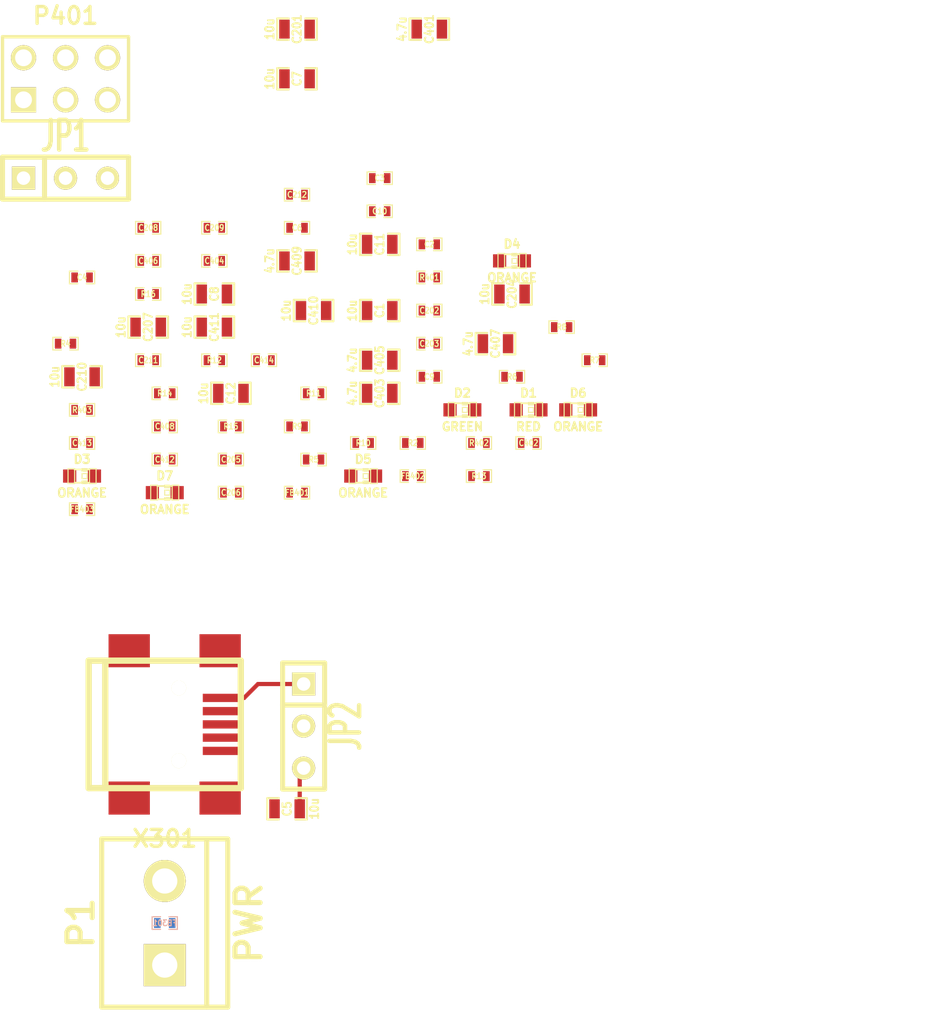
<source format=kicad_pcb>
(kicad_pcb (version 3) (host pcbnew "(2013-07-07 BZR 4022)-stable")

  (general
    (links 108)
    (no_connects 106)
    (area 0 0 0 0)
    (thickness 1.6)
    (drawings 4)
    (tracks 5)
    (zones 0)
    (modules 71)
    (nets 41)
  )

  (page A3)
  (layers
    (15 F.Cu signal)
    (0 B.Cu signal)
    (16 B.Adhes user)
    (17 F.Adhes user)
    (18 B.Paste user)
    (19 F.Paste user)
    (20 B.SilkS user)
    (21 F.SilkS user)
    (22 B.Mask user)
    (23 F.Mask user)
    (24 Dwgs.User user)
    (25 Cmts.User user)
    (26 Eco1.User user)
    (27 Eco2.User user)
    (28 Edge.Cuts user)
  )

  (setup
    (last_trace_width 0.254)
    (trace_clearance 0.254)
    (zone_clearance 0.508)
    (zone_45_only no)
    (trace_min 0.254)
    (segment_width 0.2)
    (edge_width 0.1)
    (via_size 0.889)
    (via_drill 0.635)
    (via_min_size 0.889)
    (via_min_drill 0.508)
    (uvia_size 0.508)
    (uvia_drill 0.127)
    (uvias_allowed no)
    (uvia_min_size 0.508)
    (uvia_min_drill 0.127)
    (pcb_text_width 0.3)
    (pcb_text_size 1.5 1.5)
    (mod_edge_width 0.15)
    (mod_text_size 1 1)
    (mod_text_width 0.15)
    (pad_size 1.5 1.5)
    (pad_drill 0.6)
    (pad_to_mask_clearance 0)
    (aux_axis_origin 0 0)
    (visible_elements 7FFFFBFF)
    (pcbplotparams
      (layerselection 3178497)
      (usegerberextensions true)
      (excludeedgelayer true)
      (linewidth 0.150000)
      (plotframeref false)
      (viasonmask false)
      (mode 1)
      (useauxorigin false)
      (hpglpennumber 1)
      (hpglpenspeed 20)
      (hpglpendiameter 15)
      (hpglpenoverlay 2)
      (psnegative false)
      (psa4output false)
      (plotreference true)
      (plotvalue true)
      (plotothertext true)
      (plotinvisibletext false)
      (padsonsilk false)
      (subtractmaskfromsilk false)
      (outputformat 1)
      (mirror false)
      (drillshape 1)
      (scaleselection 1)
      (outputdirectory ""))
  )

  (net 0 "")
  (net 1 /POWER/5V_RDY)
  (net 2 /POWER/5V_SWITCHER)
  (net 3 /POWER/5V_SW_RDY)
  (net 4 /POWER/5V_USB)
  (net 5 /POWER/LED1)
  (net 6 /POWER/LED2)
  (net 7 /POWER/LED3)
  (net 8 /POWER/LED4)
  (net 9 /SPARTAN6/FLASH_CSn)
  (net 10 /SPARTAN6/TCK)
  (net 11 /SPARTAN6/TDI)
  (net 12 /SPARTAN6/TDO)
  (net 13 /SPARTAN6/TMS)
  (net 14 1.2V)
  (net 15 3.3V)
  (net 16 5V)
  (net 17 GND)
  (net 18 N-00000102)
  (net 19 N-00000103)
  (net 20 N-00000106)
  (net 21 N-00000107)
  (net 22 N-00000110)
  (net 23 N-00000113)
  (net 24 N-00000114)
  (net 25 N-00000115)
  (net 26 N-00000118)
  (net 27 N-00000119)
  (net 28 N-00000120)
  (net 29 N-00000121)
  (net 30 N-00000122)
  (net 31 N-00000123)
  (net 32 N-00000124)
  (net 33 N-00000125)
  (net 34 N-00000126)
  (net 35 N-00000127)
  (net 36 N-00000129)
  (net 37 N-0000097)
  (net 38 N-0000098)
  (net 39 N-0000099)
  (net 40 VCC)

  (net_class Default "This is the default net class."
    (clearance 0.254)
    (trace_width 0.254)
    (via_dia 0.889)
    (via_drill 0.635)
    (uvia_dia 0.508)
    (uvia_drill 0.127)
    (add_net "")
    (add_net /POWER/5V_RDY)
    (add_net /POWER/5V_SWITCHER)
    (add_net /POWER/5V_SW_RDY)
    (add_net /POWER/5V_USB)
    (add_net /POWER/LED1)
    (add_net /POWER/LED2)
    (add_net /POWER/LED3)
    (add_net /POWER/LED4)
    (add_net /SPARTAN6/FLASH_CSn)
    (add_net /SPARTAN6/TCK)
    (add_net /SPARTAN6/TDI)
    (add_net /SPARTAN6/TDO)
    (add_net /SPARTAN6/TMS)
    (add_net 1.2V)
    (add_net 3.3V)
    (add_net 5V)
    (add_net GND)
    (add_net N-00000102)
    (add_net N-00000103)
    (add_net N-00000106)
    (add_net N-00000107)
    (add_net N-00000110)
    (add_net N-00000113)
    (add_net N-00000114)
    (add_net N-00000115)
    (add_net N-00000118)
    (add_net N-00000119)
    (add_net N-00000120)
    (add_net N-00000121)
    (add_net N-00000122)
    (add_net N-00000123)
    (add_net N-00000124)
    (add_net N-00000125)
    (add_net N-00000126)
    (add_net N-00000127)
    (add_net N-00000129)
    (add_net N-0000097)
    (add_net N-0000098)
    (add_net N-0000099)
    (add_net VCC)
  )

  (module USB_MINI_B (layer F.Cu) (tedit 505F99F2) (tstamp 542CBE3A)
    (at 104 107)
    (descr "USB Mini-B 5-pin SMD connector")
    (tags "USB, Mini-B, connector")
    (path /5425C5A1/542B56F9)
    (fp_text reference X301 (at 0 6.90118) (layer F.SilkS)
      (effects (font (size 1.016 1.016) (thickness 0.2032)))
    )
    (fp_text value USBMICRO (at 0 -7.0993) (layer F.SilkS) hide
      (effects (font (size 1.016 1.016) (thickness 0.2032)))
    )
    (fp_line (start -3.59918 -3.85064) (end -3.59918 3.85064) (layer F.SilkS) (width 0.381))
    (fp_line (start -4.59994 -3.85064) (end -4.59994 3.85064) (layer F.SilkS) (width 0.381))
    (fp_line (start -4.59994 3.85064) (end 4.59994 3.85064) (layer F.SilkS) (width 0.381))
    (fp_line (start 4.59994 3.85064) (end 4.59994 -3.85064) (layer F.SilkS) (width 0.381))
    (fp_line (start 4.59994 -3.85064) (end -4.59994 -3.85064) (layer F.SilkS) (width 0.381))
    (pad 1 smd rect (at 3.44932 -1.6002) (size 2.30124 0.50038)
      (layers F.Cu F.Paste F.Mask)
      (net 4 /POWER/5V_USB)
    )
    (pad 2 smd rect (at 3.44932 -0.8001) (size 2.30124 0.50038)
      (layers F.Cu F.Paste F.Mask)
    )
    (pad 3 smd rect (at 3.44932 0) (size 2.30124 0.50038)
      (layers F.Cu F.Paste F.Mask)
    )
    (pad 4 smd rect (at 3.44932 0.8001) (size 2.30124 0.50038)
      (layers F.Cu F.Paste F.Mask)
    )
    (pad 5 smd rect (at 3.44932 1.6002) (size 2.30124 0.50038)
      (layers F.Cu F.Paste F.Mask)
      (net 17 GND)
    )
    (pad 6 smd rect (at 3.35026 -4.45008) (size 2.49936 1.99898)
      (layers F.Cu F.Paste F.Mask)
    )
    (pad 7 smd rect (at -2.14884 -4.45008) (size 2.49936 1.99898)
      (layers F.Cu F.Paste F.Mask)
    )
    (pad 8 smd rect (at 3.35026 4.45008) (size 2.49936 1.99898)
      (layers F.Cu F.Paste F.Mask)
    )
    (pad 9 smd rect (at -2.14884 4.45008) (size 2.49936 1.99898)
      (layers F.Cu F.Paste F.Mask)
    )
    (pad "" np_thru_hole circle (at 0.8509 -2.19964) (size 0.89916 0.89916) (drill 0.89916)
      (layers *.Cu *.Mask F.SilkS)
    )
    (pad 2 np_thru_hole circle (at 0.8509 2.19964) (size 0.89916 0.89916) (drill 0.89916)
      (layers *.Cu *.Mask F.SilkS)
    )
  )

  (module SM0603_Capa (layer F.Cu) (tedit 5051B1EC) (tstamp 542CBE46)
    (at 120 65)
    (path /5425C4F2/542BA019)
    (attr smd)
    (fp_text reference C401 (at 0 0 90) (layer F.SilkS)
      (effects (font (size 0.508 0.4572) (thickness 0.1143)))
    )
    (fp_text value 4.7u (at -1.651 0 90) (layer F.SilkS)
      (effects (font (size 0.508 0.4572) (thickness 0.1143)))
    )
    (fp_line (start 0.50038 0.65024) (end 1.19888 0.65024) (layer F.SilkS) (width 0.11938))
    (fp_line (start -0.50038 0.65024) (end -1.19888 0.65024) (layer F.SilkS) (width 0.11938))
    (fp_line (start 0.50038 -0.65024) (end 1.19888 -0.65024) (layer F.SilkS) (width 0.11938))
    (fp_line (start -1.19888 -0.65024) (end -0.50038 -0.65024) (layer F.SilkS) (width 0.11938))
    (fp_line (start 1.19888 -0.635) (end 1.19888 0.635) (layer F.SilkS) (width 0.11938))
    (fp_line (start -1.19888 0.635) (end -1.19888 -0.635) (layer F.SilkS) (width 0.11938))
    (pad 1 smd rect (at -0.762 0) (size 0.635 1.143)
      (layers F.Cu F.Paste F.Mask)
      (net 14 1.2V)
    )
    (pad 2 smd rect (at 0.762 0) (size 0.635 1.143)
      (layers F.Cu F.Paste F.Mask)
      (net 17 GND)
    )
    (model smd\capacitors\C0603.wrl
      (at (xyz 0 0 0.001))
      (scale (xyz 0.5 0.5 0.5))
      (rotate (xyz 0 0 0))
    )
  )

  (module SM0603_Capa (layer F.Cu) (tedit 5051B1EC) (tstamp 542CBE52)
    (at 112 65)
    (path /5425C54D/542BAEC7)
    (attr smd)
    (fp_text reference C201 (at 0 0 90) (layer F.SilkS)
      (effects (font (size 0.508 0.4572) (thickness 0.1143)))
    )
    (fp_text value 10u (at -1.651 0 90) (layer F.SilkS)
      (effects (font (size 0.508 0.4572) (thickness 0.1143)))
    )
    (fp_line (start 0.50038 0.65024) (end 1.19888 0.65024) (layer F.SilkS) (width 0.11938))
    (fp_line (start -0.50038 0.65024) (end -1.19888 0.65024) (layer F.SilkS) (width 0.11938))
    (fp_line (start 0.50038 -0.65024) (end 1.19888 -0.65024) (layer F.SilkS) (width 0.11938))
    (fp_line (start -1.19888 -0.65024) (end -0.50038 -0.65024) (layer F.SilkS) (width 0.11938))
    (fp_line (start 1.19888 -0.635) (end 1.19888 0.635) (layer F.SilkS) (width 0.11938))
    (fp_line (start -1.19888 0.635) (end -1.19888 -0.635) (layer F.SilkS) (width 0.11938))
    (pad 1 smd rect (at -0.762 0) (size 0.635 1.143)
      (layers F.Cu F.Paste F.Mask)
      (net 40 VCC)
    )
    (pad 2 smd rect (at 0.762 0) (size 0.635 1.143)
      (layers F.Cu F.Paste F.Mask)
      (net 17 GND)
    )
    (model smd\capacitors\C0603.wrl
      (at (xyz 0 0 0.001))
      (scale (xyz 0.5 0.5 0.5))
      (rotate (xyz 0 0 0))
    )
  )

  (module SM0603_Capa (layer F.Cu) (tedit 5051B1EC) (tstamp 542CBE5E)
    (at 117 82)
    (path /5425C5A1/5426275E)
    (attr smd)
    (fp_text reference C1 (at 0 0 90) (layer F.SilkS)
      (effects (font (size 0.508 0.4572) (thickness 0.1143)))
    )
    (fp_text value 10u (at -1.651 0 90) (layer F.SilkS)
      (effects (font (size 0.508 0.4572) (thickness 0.1143)))
    )
    (fp_line (start 0.50038 0.65024) (end 1.19888 0.65024) (layer F.SilkS) (width 0.11938))
    (fp_line (start -0.50038 0.65024) (end -1.19888 0.65024) (layer F.SilkS) (width 0.11938))
    (fp_line (start 0.50038 -0.65024) (end 1.19888 -0.65024) (layer F.SilkS) (width 0.11938))
    (fp_line (start -1.19888 -0.65024) (end -0.50038 -0.65024) (layer F.SilkS) (width 0.11938))
    (fp_line (start 1.19888 -0.635) (end 1.19888 0.635) (layer F.SilkS) (width 0.11938))
    (fp_line (start -1.19888 0.635) (end -1.19888 -0.635) (layer F.SilkS) (width 0.11938))
    (pad 1 smd rect (at -0.762 0) (size 0.635 1.143)
      (layers F.Cu F.Paste F.Mask)
      (net 40 VCC)
    )
    (pad 2 smd rect (at 0.762 0) (size 0.635 1.143)
      (layers F.Cu F.Paste F.Mask)
      (net 17 GND)
    )
    (model smd\capacitors\C0603.wrl
      (at (xyz 0 0 0.001))
      (scale (xyz 0.5 0.5 0.5))
      (rotate (xyz 0 0 0))
    )
  )

  (module SM0603_Capa (layer F.Cu) (tedit 5051B1EC) (tstamp 542CBE6A)
    (at 108 87)
    (path /5425C5A1/54264499)
    (attr smd)
    (fp_text reference C12 (at 0 0 90) (layer F.SilkS)
      (effects (font (size 0.508 0.4572) (thickness 0.1143)))
    )
    (fp_text value 10u (at -1.651 0 90) (layer F.SilkS)
      (effects (font (size 0.508 0.4572) (thickness 0.1143)))
    )
    (fp_line (start 0.50038 0.65024) (end 1.19888 0.65024) (layer F.SilkS) (width 0.11938))
    (fp_line (start -0.50038 0.65024) (end -1.19888 0.65024) (layer F.SilkS) (width 0.11938))
    (fp_line (start 0.50038 -0.65024) (end 1.19888 -0.65024) (layer F.SilkS) (width 0.11938))
    (fp_line (start -1.19888 -0.65024) (end -0.50038 -0.65024) (layer F.SilkS) (width 0.11938))
    (fp_line (start 1.19888 -0.635) (end 1.19888 0.635) (layer F.SilkS) (width 0.11938))
    (fp_line (start -1.19888 0.635) (end -1.19888 -0.635) (layer F.SilkS) (width 0.11938))
    (pad 1 smd rect (at -0.762 0) (size 0.635 1.143)
      (layers F.Cu F.Paste F.Mask)
      (net 14 1.2V)
    )
    (pad 2 smd rect (at 0.762 0) (size 0.635 1.143)
      (layers F.Cu F.Paste F.Mask)
      (net 17 GND)
    )
    (model smd\capacitors\C0603.wrl
      (at (xyz 0 0 0.001))
      (scale (xyz 0.5 0.5 0.5))
      (rotate (xyz 0 0 0))
    )
  )

  (module SM0603_Capa (layer F.Cu) (tedit 5051B1EC) (tstamp 542CC298)
    (at 111.4 112.1 180)
    (path /5425C5A1/54263087)
    (attr smd)
    (fp_text reference C5 (at 0 0 270) (layer F.SilkS)
      (effects (font (size 0.508 0.4572) (thickness 0.1143)))
    )
    (fp_text value 10u (at -1.651 0 270) (layer F.SilkS)
      (effects (font (size 0.508 0.4572) (thickness 0.1143)))
    )
    (fp_line (start 0.50038 0.65024) (end 1.19888 0.65024) (layer F.SilkS) (width 0.11938))
    (fp_line (start -0.50038 0.65024) (end -1.19888 0.65024) (layer F.SilkS) (width 0.11938))
    (fp_line (start 0.50038 -0.65024) (end 1.19888 -0.65024) (layer F.SilkS) (width 0.11938))
    (fp_line (start -1.19888 -0.65024) (end -0.50038 -0.65024) (layer F.SilkS) (width 0.11938))
    (fp_line (start 1.19888 -0.635) (end 1.19888 0.635) (layer F.SilkS) (width 0.11938))
    (fp_line (start -1.19888 0.635) (end -1.19888 -0.635) (layer F.SilkS) (width 0.11938))
    (pad 1 smd rect (at -0.762 0 180) (size 0.635 1.143)
      (layers F.Cu F.Paste F.Mask)
      (net 2 /POWER/5V_SWITCHER)
    )
    (pad 2 smd rect (at 0.762 0 180) (size 0.635 1.143)
      (layers F.Cu F.Paste F.Mask)
      (net 17 GND)
    )
    (model smd\capacitors\C0603.wrl
      (at (xyz 0 0 0.001))
      (scale (xyz 0.5 0.5 0.5))
      (rotate (xyz 0 0 0))
    )
  )

  (module SM0603_Capa (layer F.Cu) (tedit 5051B1EC) (tstamp 542CBE82)
    (at 112 68)
    (path /5425C5A1/54263EE3)
    (attr smd)
    (fp_text reference C7 (at 0 0 90) (layer F.SilkS)
      (effects (font (size 0.508 0.4572) (thickness 0.1143)))
    )
    (fp_text value 10u (at -1.651 0 90) (layer F.SilkS)
      (effects (font (size 0.508 0.4572) (thickness 0.1143)))
    )
    (fp_line (start 0.50038 0.65024) (end 1.19888 0.65024) (layer F.SilkS) (width 0.11938))
    (fp_line (start -0.50038 0.65024) (end -1.19888 0.65024) (layer F.SilkS) (width 0.11938))
    (fp_line (start 0.50038 -0.65024) (end 1.19888 -0.65024) (layer F.SilkS) (width 0.11938))
    (fp_line (start -1.19888 -0.65024) (end -0.50038 -0.65024) (layer F.SilkS) (width 0.11938))
    (fp_line (start 1.19888 -0.635) (end 1.19888 0.635) (layer F.SilkS) (width 0.11938))
    (fp_line (start -1.19888 0.635) (end -1.19888 -0.635) (layer F.SilkS) (width 0.11938))
    (pad 1 smd rect (at -0.762 0) (size 0.635 1.143)
      (layers F.Cu F.Paste F.Mask)
      (net 1 /POWER/5V_RDY)
    )
    (pad 2 smd rect (at 0.762 0) (size 0.635 1.143)
      (layers F.Cu F.Paste F.Mask)
      (net 17 GND)
    )
    (model smd\capacitors\C0603.wrl
      (at (xyz 0 0 0.001))
      (scale (xyz 0.5 0.5 0.5))
      (rotate (xyz 0 0 0))
    )
  )

  (module SM0603_Capa (layer F.Cu) (tedit 5051B1EC) (tstamp 542CBE8E)
    (at 117 78)
    (path /5425C5A1/54264132)
    (attr smd)
    (fp_text reference C11 (at 0 0 90) (layer F.SilkS)
      (effects (font (size 0.508 0.4572) (thickness 0.1143)))
    )
    (fp_text value 10u (at -1.651 0 90) (layer F.SilkS)
      (effects (font (size 0.508 0.4572) (thickness 0.1143)))
    )
    (fp_line (start 0.50038 0.65024) (end 1.19888 0.65024) (layer F.SilkS) (width 0.11938))
    (fp_line (start -0.50038 0.65024) (end -1.19888 0.65024) (layer F.SilkS) (width 0.11938))
    (fp_line (start 0.50038 -0.65024) (end 1.19888 -0.65024) (layer F.SilkS) (width 0.11938))
    (fp_line (start -1.19888 -0.65024) (end -0.50038 -0.65024) (layer F.SilkS) (width 0.11938))
    (fp_line (start 1.19888 -0.635) (end 1.19888 0.635) (layer F.SilkS) (width 0.11938))
    (fp_line (start -1.19888 0.635) (end -1.19888 -0.635) (layer F.SilkS) (width 0.11938))
    (pad 1 smd rect (at -0.762 0) (size 0.635 1.143)
      (layers F.Cu F.Paste F.Mask)
      (net 15 3.3V)
    )
    (pad 2 smd rect (at 0.762 0) (size 0.635 1.143)
      (layers F.Cu F.Paste F.Mask)
      (net 17 GND)
    )
    (model smd\capacitors\C0603.wrl
      (at (xyz 0 0 0.001))
      (scale (xyz 0.5 0.5 0.5))
      (rotate (xyz 0 0 0))
    )
  )

  (module SM0603_Capa (layer F.Cu) (tedit 5051B1EC) (tstamp 542CBE9A)
    (at 107 81)
    (path /5425C5A1/5426448D)
    (attr smd)
    (fp_text reference C8 (at 0 0 90) (layer F.SilkS)
      (effects (font (size 0.508 0.4572) (thickness 0.1143)))
    )
    (fp_text value 10u (at -1.651 0 90) (layer F.SilkS)
      (effects (font (size 0.508 0.4572) (thickness 0.1143)))
    )
    (fp_line (start 0.50038 0.65024) (end 1.19888 0.65024) (layer F.SilkS) (width 0.11938))
    (fp_line (start -0.50038 0.65024) (end -1.19888 0.65024) (layer F.SilkS) (width 0.11938))
    (fp_line (start 0.50038 -0.65024) (end 1.19888 -0.65024) (layer F.SilkS) (width 0.11938))
    (fp_line (start -1.19888 -0.65024) (end -0.50038 -0.65024) (layer F.SilkS) (width 0.11938))
    (fp_line (start 1.19888 -0.635) (end 1.19888 0.635) (layer F.SilkS) (width 0.11938))
    (fp_line (start -1.19888 0.635) (end -1.19888 -0.635) (layer F.SilkS) (width 0.11938))
    (pad 1 smd rect (at -0.762 0) (size 0.635 1.143)
      (layers F.Cu F.Paste F.Mask)
      (net 1 /POWER/5V_RDY)
    )
    (pad 2 smd rect (at 0.762 0) (size 0.635 1.143)
      (layers F.Cu F.Paste F.Mask)
      (net 17 GND)
    )
    (model smd\capacitors\C0603.wrl
      (at (xyz 0 0 0.001))
      (scale (xyz 0.5 0.5 0.5))
      (rotate (xyz 0 0 0))
    )
  )

  (module SM0603_Capa (layer F.Cu) (tedit 5051B1EC) (tstamp 542CBEA6)
    (at 99 86)
    (path /5425C54D/542BB129)
    (attr smd)
    (fp_text reference C210 (at 0 0 90) (layer F.SilkS)
      (effects (font (size 0.508 0.4572) (thickness 0.1143)))
    )
    (fp_text value 10u (at -1.651 0 90) (layer F.SilkS)
      (effects (font (size 0.508 0.4572) (thickness 0.1143)))
    )
    (fp_line (start 0.50038 0.65024) (end 1.19888 0.65024) (layer F.SilkS) (width 0.11938))
    (fp_line (start -0.50038 0.65024) (end -1.19888 0.65024) (layer F.SilkS) (width 0.11938))
    (fp_line (start 0.50038 -0.65024) (end 1.19888 -0.65024) (layer F.SilkS) (width 0.11938))
    (fp_line (start -1.19888 -0.65024) (end -0.50038 -0.65024) (layer F.SilkS) (width 0.11938))
    (fp_line (start 1.19888 -0.635) (end 1.19888 0.635) (layer F.SilkS) (width 0.11938))
    (fp_line (start -1.19888 0.635) (end -1.19888 -0.635) (layer F.SilkS) (width 0.11938))
    (pad 1 smd rect (at -0.762 0) (size 0.635 1.143)
      (layers F.Cu F.Paste F.Mask)
      (net 14 1.2V)
    )
    (pad 2 smd rect (at 0.762 0) (size 0.635 1.143)
      (layers F.Cu F.Paste F.Mask)
      (net 17 GND)
    )
    (model smd\capacitors\C0603.wrl
      (at (xyz 0 0 0.001))
      (scale (xyz 0.5 0.5 0.5))
      (rotate (xyz 0 0 0))
    )
  )

  (module SM0603_Capa (layer F.Cu) (tedit 5051B1EC) (tstamp 542CBEB2)
    (at 117 87)
    (path /5425C4F2/542BA026)
    (attr smd)
    (fp_text reference C403 (at 0 0 90) (layer F.SilkS)
      (effects (font (size 0.508 0.4572) (thickness 0.1143)))
    )
    (fp_text value 4.7u (at -1.651 0 90) (layer F.SilkS)
      (effects (font (size 0.508 0.4572) (thickness 0.1143)))
    )
    (fp_line (start 0.50038 0.65024) (end 1.19888 0.65024) (layer F.SilkS) (width 0.11938))
    (fp_line (start -0.50038 0.65024) (end -1.19888 0.65024) (layer F.SilkS) (width 0.11938))
    (fp_line (start 0.50038 -0.65024) (end 1.19888 -0.65024) (layer F.SilkS) (width 0.11938))
    (fp_line (start -1.19888 -0.65024) (end -0.50038 -0.65024) (layer F.SilkS) (width 0.11938))
    (fp_line (start 1.19888 -0.635) (end 1.19888 0.635) (layer F.SilkS) (width 0.11938))
    (fp_line (start -1.19888 0.635) (end -1.19888 -0.635) (layer F.SilkS) (width 0.11938))
    (pad 1 smd rect (at -0.762 0) (size 0.635 1.143)
      (layers F.Cu F.Paste F.Mask)
      (net 14 1.2V)
    )
    (pad 2 smd rect (at 0.762 0) (size 0.635 1.143)
      (layers F.Cu F.Paste F.Mask)
      (net 17 GND)
    )
    (model smd\capacitors\C0603.wrl
      (at (xyz 0 0 0.001))
      (scale (xyz 0.5 0.5 0.5))
      (rotate (xyz 0 0 0))
    )
  )

  (module SM0603_Capa (layer F.Cu) (tedit 5051B1EC) (tstamp 542CBEBE)
    (at 117 85)
    (path /5425C4F2/542BA02C)
    (attr smd)
    (fp_text reference C405 (at 0 0 90) (layer F.SilkS)
      (effects (font (size 0.508 0.4572) (thickness 0.1143)))
    )
    (fp_text value 4.7u (at -1.651 0 90) (layer F.SilkS)
      (effects (font (size 0.508 0.4572) (thickness 0.1143)))
    )
    (fp_line (start 0.50038 0.65024) (end 1.19888 0.65024) (layer F.SilkS) (width 0.11938))
    (fp_line (start -0.50038 0.65024) (end -1.19888 0.65024) (layer F.SilkS) (width 0.11938))
    (fp_line (start 0.50038 -0.65024) (end 1.19888 -0.65024) (layer F.SilkS) (width 0.11938))
    (fp_line (start -1.19888 -0.65024) (end -0.50038 -0.65024) (layer F.SilkS) (width 0.11938))
    (fp_line (start 1.19888 -0.635) (end 1.19888 0.635) (layer F.SilkS) (width 0.11938))
    (fp_line (start -1.19888 0.635) (end -1.19888 -0.635) (layer F.SilkS) (width 0.11938))
    (pad 1 smd rect (at -0.762 0) (size 0.635 1.143)
      (layers F.Cu F.Paste F.Mask)
      (net 14 1.2V)
    )
    (pad 2 smd rect (at 0.762 0) (size 0.635 1.143)
      (layers F.Cu F.Paste F.Mask)
      (net 17 GND)
    )
    (model smd\capacitors\C0603.wrl
      (at (xyz 0 0 0.001))
      (scale (xyz 0.5 0.5 0.5))
      (rotate (xyz 0 0 0))
    )
  )

  (module SM0603_Capa (layer F.Cu) (tedit 5051B1EC) (tstamp 542CBECA)
    (at 103 83)
    (path /5425C54D/542BB101)
    (attr smd)
    (fp_text reference C207 (at 0 0 90) (layer F.SilkS)
      (effects (font (size 0.508 0.4572) (thickness 0.1143)))
    )
    (fp_text value 10u (at -1.651 0 90) (layer F.SilkS)
      (effects (font (size 0.508 0.4572) (thickness 0.1143)))
    )
    (fp_line (start 0.50038 0.65024) (end 1.19888 0.65024) (layer F.SilkS) (width 0.11938))
    (fp_line (start -0.50038 0.65024) (end -1.19888 0.65024) (layer F.SilkS) (width 0.11938))
    (fp_line (start 0.50038 -0.65024) (end 1.19888 -0.65024) (layer F.SilkS) (width 0.11938))
    (fp_line (start -1.19888 -0.65024) (end -0.50038 -0.65024) (layer F.SilkS) (width 0.11938))
    (fp_line (start 1.19888 -0.635) (end 1.19888 0.635) (layer F.SilkS) (width 0.11938))
    (fp_line (start -1.19888 0.635) (end -1.19888 -0.635) (layer F.SilkS) (width 0.11938))
    (pad 1 smd rect (at -0.762 0) (size 0.635 1.143)
      (layers F.Cu F.Paste F.Mask)
      (net 15 3.3V)
    )
    (pad 2 smd rect (at 0.762 0) (size 0.635 1.143)
      (layers F.Cu F.Paste F.Mask)
      (net 17 GND)
    )
    (model smd\capacitors\C0603.wrl
      (at (xyz 0 0 0.001))
      (scale (xyz 0.5 0.5 0.5))
      (rotate (xyz 0 0 0))
    )
  )

  (module SM0603_Capa (layer F.Cu) (tedit 5051B1EC) (tstamp 542CBED6)
    (at 124 84)
    (path /5425C4F2/542BAFBC)
    (attr smd)
    (fp_text reference C407 (at 0 0 90) (layer F.SilkS)
      (effects (font (size 0.508 0.4572) (thickness 0.1143)))
    )
    (fp_text value 4.7u (at -1.651 0 90) (layer F.SilkS)
      (effects (font (size 0.508 0.4572) (thickness 0.1143)))
    )
    (fp_line (start 0.50038 0.65024) (end 1.19888 0.65024) (layer F.SilkS) (width 0.11938))
    (fp_line (start -0.50038 0.65024) (end -1.19888 0.65024) (layer F.SilkS) (width 0.11938))
    (fp_line (start 0.50038 -0.65024) (end 1.19888 -0.65024) (layer F.SilkS) (width 0.11938))
    (fp_line (start -1.19888 -0.65024) (end -0.50038 -0.65024) (layer F.SilkS) (width 0.11938))
    (fp_line (start 1.19888 -0.635) (end 1.19888 0.635) (layer F.SilkS) (width 0.11938))
    (fp_line (start -1.19888 0.635) (end -1.19888 -0.635) (layer F.SilkS) (width 0.11938))
    (pad 1 smd rect (at -0.762 0) (size 0.635 1.143)
      (layers F.Cu F.Paste F.Mask)
      (net 15 3.3V)
    )
    (pad 2 smd rect (at 0.762 0) (size 0.635 1.143)
      (layers F.Cu F.Paste F.Mask)
      (net 17 GND)
    )
    (model smd\capacitors\C0603.wrl
      (at (xyz 0 0 0.001))
      (scale (xyz 0.5 0.5 0.5))
      (rotate (xyz 0 0 0))
    )
  )

  (module SM0603_Capa (layer F.Cu) (tedit 5051B1EC) (tstamp 542CBEE2)
    (at 112 79)
    (path /5425C4F2/542BAFC2)
    (attr smd)
    (fp_text reference C409 (at 0 0 90) (layer F.SilkS)
      (effects (font (size 0.508 0.4572) (thickness 0.1143)))
    )
    (fp_text value 4.7u (at -1.651 0 90) (layer F.SilkS)
      (effects (font (size 0.508 0.4572) (thickness 0.1143)))
    )
    (fp_line (start 0.50038 0.65024) (end 1.19888 0.65024) (layer F.SilkS) (width 0.11938))
    (fp_line (start -0.50038 0.65024) (end -1.19888 0.65024) (layer F.SilkS) (width 0.11938))
    (fp_line (start 0.50038 -0.65024) (end 1.19888 -0.65024) (layer F.SilkS) (width 0.11938))
    (fp_line (start -1.19888 -0.65024) (end -0.50038 -0.65024) (layer F.SilkS) (width 0.11938))
    (fp_line (start 1.19888 -0.635) (end 1.19888 0.635) (layer F.SilkS) (width 0.11938))
    (fp_line (start -1.19888 0.635) (end -1.19888 -0.635) (layer F.SilkS) (width 0.11938))
    (pad 1 smd rect (at -0.762 0) (size 0.635 1.143)
      (layers F.Cu F.Paste F.Mask)
      (net 15 3.3V)
    )
    (pad 2 smd rect (at 0.762 0) (size 0.635 1.143)
      (layers F.Cu F.Paste F.Mask)
      (net 17 GND)
    )
    (model smd\capacitors\C0603.wrl
      (at (xyz 0 0 0.001))
      (scale (xyz 0.5 0.5 0.5))
      (rotate (xyz 0 0 0))
    )
  )

  (module SM0603_Capa (layer F.Cu) (tedit 5051B1EC) (tstamp 542CBEEE)
    (at 125 81)
    (path /5425C54D/542BB0D9)
    (attr smd)
    (fp_text reference C204 (at 0 0 90) (layer F.SilkS)
      (effects (font (size 0.508 0.4572) (thickness 0.1143)))
    )
    (fp_text value 10u (at -1.651 0 90) (layer F.SilkS)
      (effects (font (size 0.508 0.4572) (thickness 0.1143)))
    )
    (fp_line (start 0.50038 0.65024) (end 1.19888 0.65024) (layer F.SilkS) (width 0.11938))
    (fp_line (start -0.50038 0.65024) (end -1.19888 0.65024) (layer F.SilkS) (width 0.11938))
    (fp_line (start 0.50038 -0.65024) (end 1.19888 -0.65024) (layer F.SilkS) (width 0.11938))
    (fp_line (start -1.19888 -0.65024) (end -0.50038 -0.65024) (layer F.SilkS) (width 0.11938))
    (fp_line (start 1.19888 -0.635) (end 1.19888 0.635) (layer F.SilkS) (width 0.11938))
    (fp_line (start -1.19888 0.635) (end -1.19888 -0.635) (layer F.SilkS) (width 0.11938))
    (pad 1 smd rect (at -0.762 0) (size 0.635 1.143)
      (layers F.Cu F.Paste F.Mask)
      (net 16 5V)
    )
    (pad 2 smd rect (at 0.762 0) (size 0.635 1.143)
      (layers F.Cu F.Paste F.Mask)
      (net 17 GND)
    )
    (model smd\capacitors\C0603.wrl
      (at (xyz 0 0 0.001))
      (scale (xyz 0.5 0.5 0.5))
      (rotate (xyz 0 0 0))
    )
  )

  (module SM0603_Capa (layer F.Cu) (tedit 5051B1EC) (tstamp 542CBEFA)
    (at 113 82)
    (path /5425C4F2/542BB40A)
    (attr smd)
    (fp_text reference C410 (at 0 0 90) (layer F.SilkS)
      (effects (font (size 0.508 0.4572) (thickness 0.1143)))
    )
    (fp_text value 10u (at -1.651 0 90) (layer F.SilkS)
      (effects (font (size 0.508 0.4572) (thickness 0.1143)))
    )
    (fp_line (start 0.50038 0.65024) (end 1.19888 0.65024) (layer F.SilkS) (width 0.11938))
    (fp_line (start -0.50038 0.65024) (end -1.19888 0.65024) (layer F.SilkS) (width 0.11938))
    (fp_line (start 0.50038 -0.65024) (end 1.19888 -0.65024) (layer F.SilkS) (width 0.11938))
    (fp_line (start -1.19888 -0.65024) (end -0.50038 -0.65024) (layer F.SilkS) (width 0.11938))
    (fp_line (start 1.19888 -0.635) (end 1.19888 0.635) (layer F.SilkS) (width 0.11938))
    (fp_line (start -1.19888 0.635) (end -1.19888 -0.635) (layer F.SilkS) (width 0.11938))
    (pad 1 smd rect (at -0.762 0) (size 0.635 1.143)
      (layers F.Cu F.Paste F.Mask)
      (net 15 3.3V)
    )
    (pad 2 smd rect (at 0.762 0) (size 0.635 1.143)
      (layers F.Cu F.Paste F.Mask)
      (net 17 GND)
    )
    (model smd\capacitors\C0603.wrl
      (at (xyz 0 0 0.001))
      (scale (xyz 0.5 0.5 0.5))
      (rotate (xyz 0 0 0))
    )
  )

  (module SM0603_Capa (layer F.Cu) (tedit 5051B1EC) (tstamp 542CBF06)
    (at 107 83)
    (path /5425C4F2/542BB410)
    (attr smd)
    (fp_text reference C411 (at 0 0 90) (layer F.SilkS)
      (effects (font (size 0.508 0.4572) (thickness 0.1143)))
    )
    (fp_text value 10u (at -1.651 0 90) (layer F.SilkS)
      (effects (font (size 0.508 0.4572) (thickness 0.1143)))
    )
    (fp_line (start 0.50038 0.65024) (end 1.19888 0.65024) (layer F.SilkS) (width 0.11938))
    (fp_line (start -0.50038 0.65024) (end -1.19888 0.65024) (layer F.SilkS) (width 0.11938))
    (fp_line (start 0.50038 -0.65024) (end 1.19888 -0.65024) (layer F.SilkS) (width 0.11938))
    (fp_line (start -1.19888 -0.65024) (end -0.50038 -0.65024) (layer F.SilkS) (width 0.11938))
    (fp_line (start 1.19888 -0.635) (end 1.19888 0.635) (layer F.SilkS) (width 0.11938))
    (fp_line (start -1.19888 0.635) (end -1.19888 -0.635) (layer F.SilkS) (width 0.11938))
    (pad 1 smd rect (at -0.762 0) (size 0.635 1.143)
      (layers F.Cu F.Paste F.Mask)
      (net 15 3.3V)
    )
    (pad 2 smd rect (at 0.762 0) (size 0.635 1.143)
      (layers F.Cu F.Paste F.Mask)
      (net 17 GND)
    )
    (model smd\capacitors\C0603.wrl
      (at (xyz 0 0 0.001))
      (scale (xyz 0.5 0.5 0.5))
      (rotate (xyz 0 0 0))
    )
  )

  (module SM0402_r (layer F.Cu) (tedit 5141C458) (tstamp 542CBF12)
    (at 107 85)
    (path /5425C5A1/54265AE6)
    (attr smd)
    (fp_text reference R12 (at 0 0) (layer F.SilkS)
      (effects (font (size 0.35052 0.3048) (thickness 0.07112)))
    )
    (fp_text value 1.2k (at 0.09906 0) (layer F.SilkS) hide
      (effects (font (size 0.35052 0.3048) (thickness 0.07112)))
    )
    (fp_line (start -0.254 -0.381) (end -0.762 -0.381) (layer F.SilkS) (width 0.07112))
    (fp_line (start -0.762 -0.381) (end -0.762 0.381) (layer F.SilkS) (width 0.07112))
    (fp_line (start -0.762 0.381) (end -0.254 0.381) (layer F.SilkS) (width 0.07112))
    (fp_line (start 0.254 -0.381) (end 0.762 -0.381) (layer F.SilkS) (width 0.07112))
    (fp_line (start 0.762 -0.381) (end 0.762 0.381) (layer F.SilkS) (width 0.07112))
    (fp_line (start 0.762 0.381) (end 0.254 0.381) (layer F.SilkS) (width 0.07112))
    (pad 1 smd rect (at -0.44958 0) (size 0.39878 0.59944)
      (layers F.Cu F.Paste F.Mask)
      (net 8 /POWER/LED4)
    )
    (pad 2 smd rect (at 0.44958 0) (size 0.39878 0.59944)
      (layers F.Cu F.Paste F.Mask)
      (net 26 N-00000118)
    )
    (model smd/resistors/R0402.wrl
      (at (xyz 0 0 0))
      (scale (xyz 0.27 0.27 0.27))
      (rotate (xyz 0 0 0))
    )
  )

  (module SM0402_r (layer F.Cu) (tedit 5141C458) (tstamp 542CBF1E)
    (at 113 87)
    (path /5425C5A1/54264A66)
    (attr smd)
    (fp_text reference R11 (at 0 0) (layer F.SilkS)
      (effects (font (size 0.35052 0.3048) (thickness 0.07112)))
    )
    (fp_text value 4.7k (at 0.09906 0) (layer F.SilkS) hide
      (effects (font (size 0.35052 0.3048) (thickness 0.07112)))
    )
    (fp_line (start -0.254 -0.381) (end -0.762 -0.381) (layer F.SilkS) (width 0.07112))
    (fp_line (start -0.762 -0.381) (end -0.762 0.381) (layer F.SilkS) (width 0.07112))
    (fp_line (start -0.762 0.381) (end -0.254 0.381) (layer F.SilkS) (width 0.07112))
    (fp_line (start 0.254 -0.381) (end 0.762 -0.381) (layer F.SilkS) (width 0.07112))
    (fp_line (start 0.762 -0.381) (end 0.762 0.381) (layer F.SilkS) (width 0.07112))
    (fp_line (start 0.762 0.381) (end 0.254 0.381) (layer F.SilkS) (width 0.07112))
    (pad 1 smd rect (at -0.44958 0) (size 0.39878 0.59944)
      (layers F.Cu F.Paste F.Mask)
      (net 4 /POWER/5V_USB)
    )
    (pad 2 smd rect (at 0.44958 0) (size 0.39878 0.59944)
      (layers F.Cu F.Paste F.Mask)
      (net 22 N-00000110)
    )
    (model smd/resistors/R0402.wrl
      (at (xyz 0 0 0))
      (scale (xyz 0.27 0.27 0.27))
      (rotate (xyz 0 0 0))
    )
  )

  (module SM0402_r (layer F.Cu) (tedit 5141C458) (tstamp 542CBF2A)
    (at 125 86)
    (path /5425C5A1/542654AD)
    (attr smd)
    (fp_text reference R6 (at 0 0) (layer F.SilkS)
      (effects (font (size 0.35052 0.3048) (thickness 0.07112)))
    )
    (fp_text value 47k (at 0.09906 0) (layer F.SilkS) hide
      (effects (font (size 0.35052 0.3048) (thickness 0.07112)))
    )
    (fp_line (start -0.254 -0.381) (end -0.762 -0.381) (layer F.SilkS) (width 0.07112))
    (fp_line (start -0.762 -0.381) (end -0.762 0.381) (layer F.SilkS) (width 0.07112))
    (fp_line (start -0.762 0.381) (end -0.254 0.381) (layer F.SilkS) (width 0.07112))
    (fp_line (start 0.254 -0.381) (end 0.762 -0.381) (layer F.SilkS) (width 0.07112))
    (fp_line (start 0.762 -0.381) (end 0.762 0.381) (layer F.SilkS) (width 0.07112))
    (fp_line (start 0.762 0.381) (end 0.254 0.381) (layer F.SilkS) (width 0.07112))
    (pad 1 smd rect (at -0.44958 0) (size 0.39878 0.59944)
      (layers F.Cu F.Paste F.Mask)
      (net 14 1.2V)
    )
    (pad 2 smd rect (at 0.44958 0) (size 0.39878 0.59944)
      (layers F.Cu F.Paste F.Mask)
      (net 33 N-00000125)
    )
    (model smd/resistors/R0402.wrl
      (at (xyz 0 0 0))
      (scale (xyz 0.27 0.27 0.27))
      (rotate (xyz 0 0 0))
    )
  )

  (module SM0402_r (layer F.Cu) (tedit 5141C458) (tstamp 542CBF36)
    (at 98 84)
    (path /5425C5A1/542654DC)
    (attr smd)
    (fp_text reference R4 (at 0 0) (layer F.SilkS)
      (effects (font (size 0.35052 0.3048) (thickness 0.07112)))
    )
    (fp_text value 1.2k (at 0.09906 0) (layer F.SilkS) hide
      (effects (font (size 0.35052 0.3048) (thickness 0.07112)))
    )
    (fp_line (start -0.254 -0.381) (end -0.762 -0.381) (layer F.SilkS) (width 0.07112))
    (fp_line (start -0.762 -0.381) (end -0.762 0.381) (layer F.SilkS) (width 0.07112))
    (fp_line (start -0.762 0.381) (end -0.254 0.381) (layer F.SilkS) (width 0.07112))
    (fp_line (start 0.254 -0.381) (end 0.762 -0.381) (layer F.SilkS) (width 0.07112))
    (fp_line (start 0.762 -0.381) (end 0.762 0.381) (layer F.SilkS) (width 0.07112))
    (fp_line (start 0.762 0.381) (end 0.254 0.381) (layer F.SilkS) (width 0.07112))
    (pad 1 smd rect (at -0.44958 0) (size 0.39878 0.59944)
      (layers F.Cu F.Paste F.Mask)
      (net 15 3.3V)
    )
    (pad 2 smd rect (at 0.44958 0) (size 0.39878 0.59944)
      (layers F.Cu F.Paste F.Mask)
      (net 31 N-00000123)
    )
    (model smd/resistors/R0402.wrl
      (at (xyz 0 0 0))
      (scale (xyz 0.27 0.27 0.27))
      (rotate (xyz 0 0 0))
    )
  )

  (module SM0402_r (layer F.Cu) (tedit 5141C458) (tstamp 542CBF42)
    (at 130 85)
    (path /5425C5A1/542654E2)
    (attr smd)
    (fp_text reference R7 (at 0 0) (layer F.SilkS)
      (effects (font (size 0.35052 0.3048) (thickness 0.07112)))
    )
    (fp_text value 1.2k (at 0.09906 0) (layer F.SilkS) hide
      (effects (font (size 0.35052 0.3048) (thickness 0.07112)))
    )
    (fp_line (start -0.254 -0.381) (end -0.762 -0.381) (layer F.SilkS) (width 0.07112))
    (fp_line (start -0.762 -0.381) (end -0.762 0.381) (layer F.SilkS) (width 0.07112))
    (fp_line (start -0.762 0.381) (end -0.254 0.381) (layer F.SilkS) (width 0.07112))
    (fp_line (start 0.254 -0.381) (end 0.762 -0.381) (layer F.SilkS) (width 0.07112))
    (fp_line (start 0.762 -0.381) (end 0.762 0.381) (layer F.SilkS) (width 0.07112))
    (fp_line (start 0.762 0.381) (end 0.254 0.381) (layer F.SilkS) (width 0.07112))
    (pad 1 smd rect (at -0.44958 0) (size 0.39878 0.59944)
      (layers F.Cu F.Paste F.Mask)
      (net 16 5V)
    )
    (pad 2 smd rect (at 0.44958 0) (size 0.39878 0.59944)
      (layers F.Cu F.Paste F.Mask)
      (net 30 N-00000122)
    )
    (model smd/resistors/R0402.wrl
      (at (xyz 0 0 0))
      (scale (xyz 0.27 0.27 0.27))
      (rotate (xyz 0 0 0))
    )
  )

  (module SM0402_r (layer F.Cu) (tedit 5141C458) (tstamp 542CBF4E)
    (at 128 83)
    (path /5425C5A1/542659FA)
    (attr smd)
    (fp_text reference R8 (at 0 0) (layer F.SilkS)
      (effects (font (size 0.35052 0.3048) (thickness 0.07112)))
    )
    (fp_text value 1.2k (at 0.09906 0) (layer F.SilkS) hide
      (effects (font (size 0.35052 0.3048) (thickness 0.07112)))
    )
    (fp_line (start -0.254 -0.381) (end -0.762 -0.381) (layer F.SilkS) (width 0.07112))
    (fp_line (start -0.762 -0.381) (end -0.762 0.381) (layer F.SilkS) (width 0.07112))
    (fp_line (start -0.762 0.381) (end -0.254 0.381) (layer F.SilkS) (width 0.07112))
    (fp_line (start 0.254 -0.381) (end 0.762 -0.381) (layer F.SilkS) (width 0.07112))
    (fp_line (start 0.762 -0.381) (end 0.762 0.381) (layer F.SilkS) (width 0.07112))
    (fp_line (start 0.762 0.381) (end 0.254 0.381) (layer F.SilkS) (width 0.07112))
    (pad 1 smd rect (at -0.44958 0) (size 0.39878 0.59944)
      (layers F.Cu F.Paste F.Mask)
      (net 5 /POWER/LED1)
    )
    (pad 2 smd rect (at 0.44958 0) (size 0.39878 0.59944)
      (layers F.Cu F.Paste F.Mask)
      (net 29 N-00000121)
    )
    (model smd/resistors/R0402.wrl
      (at (xyz 0 0 0))
      (scale (xyz 0.27 0.27 0.27))
      (rotate (xyz 0 0 0))
    )
  )

  (module SM0402_r (layer F.Cu) (tedit 5141C458) (tstamp 542CBF5A)
    (at 112 89)
    (path /5425C5A1/54265AB7)
    (attr smd)
    (fp_text reference R9 (at 0 0) (layer F.SilkS)
      (effects (font (size 0.35052 0.3048) (thickness 0.07112)))
    )
    (fp_text value 1.2k (at 0.09906 0) (layer F.SilkS) hide
      (effects (font (size 0.35052 0.3048) (thickness 0.07112)))
    )
    (fp_line (start -0.254 -0.381) (end -0.762 -0.381) (layer F.SilkS) (width 0.07112))
    (fp_line (start -0.762 -0.381) (end -0.762 0.381) (layer F.SilkS) (width 0.07112))
    (fp_line (start -0.762 0.381) (end -0.254 0.381) (layer F.SilkS) (width 0.07112))
    (fp_line (start 0.254 -0.381) (end 0.762 -0.381) (layer F.SilkS) (width 0.07112))
    (fp_line (start 0.762 -0.381) (end 0.762 0.381) (layer F.SilkS) (width 0.07112))
    (fp_line (start 0.762 0.381) (end 0.254 0.381) (layer F.SilkS) (width 0.07112))
    (pad 1 smd rect (at -0.44958 0) (size 0.39878 0.59944)
      (layers F.Cu F.Paste F.Mask)
      (net 6 /POWER/LED2)
    )
    (pad 2 smd rect (at 0.44958 0) (size 0.39878 0.59944)
      (layers F.Cu F.Paste F.Mask)
      (net 28 N-00000120)
    )
    (model smd/resistors/R0402.wrl
      (at (xyz 0 0 0))
      (scale (xyz 0.27 0.27 0.27))
      (rotate (xyz 0 0 0))
    )
  )

  (module SM0402_r (layer F.Cu) (tedit 5141C458) (tstamp 542CBF66)
    (at 116 90)
    (path /5425C5A1/54265ACF)
    (attr smd)
    (fp_text reference R10 (at 0 0) (layer F.SilkS)
      (effects (font (size 0.35052 0.3048) (thickness 0.07112)))
    )
    (fp_text value 1.2k (at 0.09906 0) (layer F.SilkS) hide
      (effects (font (size 0.35052 0.3048) (thickness 0.07112)))
    )
    (fp_line (start -0.254 -0.381) (end -0.762 -0.381) (layer F.SilkS) (width 0.07112))
    (fp_line (start -0.762 -0.381) (end -0.762 0.381) (layer F.SilkS) (width 0.07112))
    (fp_line (start -0.762 0.381) (end -0.254 0.381) (layer F.SilkS) (width 0.07112))
    (fp_line (start 0.254 -0.381) (end 0.762 -0.381) (layer F.SilkS) (width 0.07112))
    (fp_line (start 0.762 -0.381) (end 0.762 0.381) (layer F.SilkS) (width 0.07112))
    (fp_line (start 0.762 0.381) (end 0.254 0.381) (layer F.SilkS) (width 0.07112))
    (pad 1 smd rect (at -0.44958 0) (size 0.39878 0.59944)
      (layers F.Cu F.Paste F.Mask)
      (net 7 /POWER/LED3)
    )
    (pad 2 smd rect (at 0.44958 0) (size 0.39878 0.59944)
      (layers F.Cu F.Paste F.Mask)
      (net 27 N-00000119)
    )
    (model smd/resistors/R0402.wrl
      (at (xyz 0 0 0))
      (scale (xyz 0.27 0.27 0.27))
      (rotate (xyz 0 0 0))
    )
  )

  (module SM0402_r (layer F.Cu) (tedit 5141C458) (tstamp 542CBF72)
    (at 119 90)
    (path /5425C5A1/542654D6)
    (attr smd)
    (fp_text reference R2 (at 0 0) (layer F.SilkS)
      (effects (font (size 0.35052 0.3048) (thickness 0.07112)))
    )
    (fp_text value 1.2k (at 0.09906 0) (layer F.SilkS) hide
      (effects (font (size 0.35052 0.3048) (thickness 0.07112)))
    )
    (fp_line (start -0.254 -0.381) (end -0.762 -0.381) (layer F.SilkS) (width 0.07112))
    (fp_line (start -0.762 -0.381) (end -0.762 0.381) (layer F.SilkS) (width 0.07112))
    (fp_line (start -0.762 0.381) (end -0.254 0.381) (layer F.SilkS) (width 0.07112))
    (fp_line (start 0.254 -0.381) (end 0.762 -0.381) (layer F.SilkS) (width 0.07112))
    (fp_line (start 0.762 -0.381) (end 0.762 0.381) (layer F.SilkS) (width 0.07112))
    (fp_line (start 0.762 0.381) (end 0.254 0.381) (layer F.SilkS) (width 0.07112))
    (pad 1 smd rect (at -0.44958 0) (size 0.39878 0.59944)
      (layers F.Cu F.Paste F.Mask)
      (net 16 5V)
    )
    (pad 2 smd rect (at 0.44958 0) (size 0.39878 0.59944)
      (layers F.Cu F.Paste F.Mask)
      (net 32 N-00000124)
    )
    (model smd/resistors/R0402.wrl
      (at (xyz 0 0 0))
      (scale (xyz 0.27 0.27 0.27))
      (rotate (xyz 0 0 0))
    )
  )

  (module SM0402_r (layer F.Cu) (tedit 5141C458) (tstamp 542CBF7E)
    (at 123 90)
    (path /5425C4F2/542B6A80)
    (attr smd)
    (fp_text reference R402 (at 0 0) (layer F.SilkS)
      (effects (font (size 0.35052 0.3048) (thickness 0.07112)))
    )
    (fp_text value 1K (at 0.09906 0) (layer F.SilkS) hide
      (effects (font (size 0.35052 0.3048) (thickness 0.07112)))
    )
    (fp_line (start -0.254 -0.381) (end -0.762 -0.381) (layer F.SilkS) (width 0.07112))
    (fp_line (start -0.762 -0.381) (end -0.762 0.381) (layer F.SilkS) (width 0.07112))
    (fp_line (start -0.762 0.381) (end -0.254 0.381) (layer F.SilkS) (width 0.07112))
    (fp_line (start 0.254 -0.381) (end 0.762 -0.381) (layer F.SilkS) (width 0.07112))
    (fp_line (start 0.762 -0.381) (end 0.762 0.381) (layer F.SilkS) (width 0.07112))
    (fp_line (start 0.762 0.381) (end 0.254 0.381) (layer F.SilkS) (width 0.07112))
    (pad 1 smd rect (at -0.44958 0) (size 0.39878 0.59944)
      (layers F.Cu F.Paste F.Mask)
      (net 39 N-0000099)
    )
    (pad 2 smd rect (at 0.44958 0) (size 0.39878 0.59944)
      (layers F.Cu F.Paste F.Mask)
      (net 9 /SPARTAN6/FLASH_CSn)
    )
    (model smd/resistors/R0402.wrl
      (at (xyz 0 0 0))
      (scale (xyz 0.27 0.27 0.27))
      (rotate (xyz 0 0 0))
    )
  )

  (module SM0402_r (layer F.Cu) (tedit 5141C458) (tstamp 542CBF8A)
    (at 120 80)
    (path /5425C4F2/542B6A8D)
    (attr smd)
    (fp_text reference R401 (at 0 0) (layer F.SilkS)
      (effects (font (size 0.35052 0.3048) (thickness 0.07112)))
    )
    (fp_text value 10K (at 0.09906 0) (layer F.SilkS) hide
      (effects (font (size 0.35052 0.3048) (thickness 0.07112)))
    )
    (fp_line (start -0.254 -0.381) (end -0.762 -0.381) (layer F.SilkS) (width 0.07112))
    (fp_line (start -0.762 -0.381) (end -0.762 0.381) (layer F.SilkS) (width 0.07112))
    (fp_line (start -0.762 0.381) (end -0.254 0.381) (layer F.SilkS) (width 0.07112))
    (fp_line (start 0.254 -0.381) (end 0.762 -0.381) (layer F.SilkS) (width 0.07112))
    (fp_line (start 0.762 -0.381) (end 0.762 0.381) (layer F.SilkS) (width 0.07112))
    (fp_line (start 0.762 0.381) (end 0.254 0.381) (layer F.SilkS) (width 0.07112))
    (pad 1 smd rect (at -0.44958 0) (size 0.39878 0.59944)
      (layers F.Cu F.Paste F.Mask)
      (net 39 N-0000099)
    )
    (pad 2 smd rect (at 0.44958 0) (size 0.39878 0.59944)
      (layers F.Cu F.Paste F.Mask)
      (net 37 N-0000097)
    )
    (model smd/resistors/R0402.wrl
      (at (xyz 0 0 0))
      (scale (xyz 0.27 0.27 0.27))
      (rotate (xyz 0 0 0))
    )
  )

  (module SM0402_r (layer F.Cu) (tedit 5141C458) (tstamp 542CBF96)
    (at 99 88)
    (path /5425C4F2/542B6CE0)
    (attr smd)
    (fp_text reference R403 (at 0 0) (layer F.SilkS)
      (effects (font (size 0.35052 0.3048) (thickness 0.07112)))
    )
    (fp_text value 1K (at 0.09906 0) (layer F.SilkS) hide
      (effects (font (size 0.35052 0.3048) (thickness 0.07112)))
    )
    (fp_line (start -0.254 -0.381) (end -0.762 -0.381) (layer F.SilkS) (width 0.07112))
    (fp_line (start -0.762 -0.381) (end -0.762 0.381) (layer F.SilkS) (width 0.07112))
    (fp_line (start -0.762 0.381) (end -0.254 0.381) (layer F.SilkS) (width 0.07112))
    (fp_line (start 0.254 -0.381) (end 0.762 -0.381) (layer F.SilkS) (width 0.07112))
    (fp_line (start 0.762 -0.381) (end 0.762 0.381) (layer F.SilkS) (width 0.07112))
    (fp_line (start 0.762 0.381) (end 0.254 0.381) (layer F.SilkS) (width 0.07112))
    (pad 1 smd rect (at -0.44958 0) (size 0.39878 0.59944)
      (layers F.Cu F.Paste F.Mask)
      (net 39 N-0000099)
    )
    (pad 2 smd rect (at 0.44958 0) (size 0.39878 0.59944)
      (layers F.Cu F.Paste F.Mask)
      (net 38 N-0000098)
    )
    (model smd/resistors/R0402.wrl
      (at (xyz 0 0 0))
      (scale (xyz 0.27 0.27 0.27))
      (rotate (xyz 0 0 0))
    )
  )

  (module SM0402_r (layer F.Cu) (tedit 5141C458) (tstamp 542CBFA2)
    (at 108 89)
    (path /5425C5A1/5426446F)
    (attr smd)
    (fp_text reference R15 (at 0 0) (layer F.SilkS)
      (effects (font (size 0.35052 0.3048) (thickness 0.07112)))
    )
    (fp_text value 120k (at 0.09906 0) (layer F.SilkS) hide
      (effects (font (size 0.35052 0.3048) (thickness 0.07112)))
    )
    (fp_line (start -0.254 -0.381) (end -0.762 -0.381) (layer F.SilkS) (width 0.07112))
    (fp_line (start -0.762 -0.381) (end -0.762 0.381) (layer F.SilkS) (width 0.07112))
    (fp_line (start -0.762 0.381) (end -0.254 0.381) (layer F.SilkS) (width 0.07112))
    (fp_line (start 0.254 -0.381) (end 0.762 -0.381) (layer F.SilkS) (width 0.07112))
    (fp_line (start 0.762 -0.381) (end 0.762 0.381) (layer F.SilkS) (width 0.07112))
    (fp_line (start 0.762 0.381) (end 0.254 0.381) (layer F.SilkS) (width 0.07112))
    (pad 1 smd rect (at -0.44958 0) (size 0.39878 0.59944)
      (layers F.Cu F.Paste F.Mask)
      (net 20 N-00000106)
    )
    (pad 2 smd rect (at 0.44958 0) (size 0.39878 0.59944)
      (layers F.Cu F.Paste F.Mask)
      (net 21 N-00000107)
    )
    (model smd/resistors/R0402.wrl
      (at (xyz 0 0 0))
      (scale (xyz 0.27 0.27 0.27))
      (rotate (xyz 0 0 0))
    )
  )

  (module SM0402_r (layer F.Cu) (tedit 5141C458) (tstamp 542CBFAE)
    (at 103 81)
    (path /5425C5A1/54264475)
    (attr smd)
    (fp_text reference R16 (at 0 0) (layer F.SilkS)
      (effects (font (size 0.35052 0.3048) (thickness 0.07112)))
    )
    (fp_text value 30.9k (at 0.09906 0) (layer F.SilkS) hide
      (effects (font (size 0.35052 0.3048) (thickness 0.07112)))
    )
    (fp_line (start -0.254 -0.381) (end -0.762 -0.381) (layer F.SilkS) (width 0.07112))
    (fp_line (start -0.762 -0.381) (end -0.762 0.381) (layer F.SilkS) (width 0.07112))
    (fp_line (start -0.762 0.381) (end -0.254 0.381) (layer F.SilkS) (width 0.07112))
    (fp_line (start 0.254 -0.381) (end 0.762 -0.381) (layer F.SilkS) (width 0.07112))
    (fp_line (start 0.762 -0.381) (end 0.762 0.381) (layer F.SilkS) (width 0.07112))
    (fp_line (start 0.762 0.381) (end 0.254 0.381) (layer F.SilkS) (width 0.07112))
    (pad 1 smd rect (at -0.44958 0) (size 0.39878 0.59944)
      (layers F.Cu F.Paste F.Mask)
      (net 21 N-00000107)
    )
    (pad 2 smd rect (at 0.44958 0) (size 0.39878 0.59944)
      (layers F.Cu F.Paste F.Mask)
      (net 17 GND)
    )
    (model smd/resistors/R0402.wrl
      (at (xyz 0 0 0))
      (scale (xyz 0.27 0.27 0.27))
      (rotate (xyz 0 0 0))
    )
  )

  (module SM0402_r (layer F.Cu) (tedit 5141C458) (tstamp 542CBFBA)
    (at 113 91)
    (path /5425C5A1/54262E36)
    (attr smd)
    (fp_text reference R5 (at 0 0) (layer F.SilkS)
      (effects (font (size 0.35052 0.3048) (thickness 0.07112)))
    )
    (fp_text value 10k (at 0.09906 0) (layer F.SilkS) hide
      (effects (font (size 0.35052 0.3048) (thickness 0.07112)))
    )
    (fp_line (start -0.254 -0.381) (end -0.762 -0.381) (layer F.SilkS) (width 0.07112))
    (fp_line (start -0.762 -0.381) (end -0.762 0.381) (layer F.SilkS) (width 0.07112))
    (fp_line (start -0.762 0.381) (end -0.254 0.381) (layer F.SilkS) (width 0.07112))
    (fp_line (start 0.254 -0.381) (end 0.762 -0.381) (layer F.SilkS) (width 0.07112))
    (fp_line (start 0.762 -0.381) (end 0.762 0.381) (layer F.SilkS) (width 0.07112))
    (fp_line (start 0.762 0.381) (end 0.254 0.381) (layer F.SilkS) (width 0.07112))
    (pad 1 smd rect (at -0.44958 0) (size 0.39878 0.59944)
      (layers F.Cu F.Paste F.Mask)
      (net 2 /POWER/5V_SWITCHER)
    )
    (pad 2 smd rect (at 0.44958 0) (size 0.39878 0.59944)
      (layers F.Cu F.Paste F.Mask)
      (net 3 /POWER/5V_SW_RDY)
    )
    (model smd/resistors/R0402.wrl
      (at (xyz 0 0 0))
      (scale (xyz 0.27 0.27 0.27))
      (rotate (xyz 0 0 0))
    )
  )

  (module SM0402_r (layer F.Cu) (tedit 5141C458) (tstamp 542CBFC6)
    (at 123 92)
    (path /5425C5A1/54263B94)
    (attr smd)
    (fp_text reference R13 (at 0 0) (layer F.SilkS)
      (effects (font (size 0.35052 0.3048) (thickness 0.07112)))
    )
    (fp_text value 120k (at 0.09906 0) (layer F.SilkS) hide
      (effects (font (size 0.35052 0.3048) (thickness 0.07112)))
    )
    (fp_line (start -0.254 -0.381) (end -0.762 -0.381) (layer F.SilkS) (width 0.07112))
    (fp_line (start -0.762 -0.381) (end -0.762 0.381) (layer F.SilkS) (width 0.07112))
    (fp_line (start -0.762 0.381) (end -0.254 0.381) (layer F.SilkS) (width 0.07112))
    (fp_line (start 0.254 -0.381) (end 0.762 -0.381) (layer F.SilkS) (width 0.07112))
    (fp_line (start 0.762 -0.381) (end 0.762 0.381) (layer F.SilkS) (width 0.07112))
    (fp_line (start 0.762 0.381) (end 0.254 0.381) (layer F.SilkS) (width 0.07112))
    (pad 1 smd rect (at -0.44958 0) (size 0.39878 0.59944)
      (layers F.Cu F.Paste F.Mask)
      (net 24 N-00000114)
    )
    (pad 2 smd rect (at 0.44958 0) (size 0.39878 0.59944)
      (layers F.Cu F.Paste F.Mask)
      (net 25 N-00000115)
    )
    (model smd/resistors/R0402.wrl
      (at (xyz 0 0 0))
      (scale (xyz 0.27 0.27 0.27))
      (rotate (xyz 0 0 0))
    )
  )

  (module SM0402_r (layer F.Cu) (tedit 5141C458) (tstamp 542CBFD2)
    (at 104 87)
    (path /5425C5A1/54263B9A)
    (attr smd)
    (fp_text reference R14 (at 0 0) (layer F.SilkS)
      (effects (font (size 0.35052 0.3048) (thickness 0.07112)))
    )
    (fp_text value 154k (at 0.09906 0) (layer F.SilkS) hide
      (effects (font (size 0.35052 0.3048) (thickness 0.07112)))
    )
    (fp_line (start -0.254 -0.381) (end -0.762 -0.381) (layer F.SilkS) (width 0.07112))
    (fp_line (start -0.762 -0.381) (end -0.762 0.381) (layer F.SilkS) (width 0.07112))
    (fp_line (start -0.762 0.381) (end -0.254 0.381) (layer F.SilkS) (width 0.07112))
    (fp_line (start 0.254 -0.381) (end 0.762 -0.381) (layer F.SilkS) (width 0.07112))
    (fp_line (start 0.762 -0.381) (end 0.762 0.381) (layer F.SilkS) (width 0.07112))
    (fp_line (start 0.762 0.381) (end 0.254 0.381) (layer F.SilkS) (width 0.07112))
    (pad 1 smd rect (at -0.44958 0) (size 0.39878 0.59944)
      (layers F.Cu F.Paste F.Mask)
      (net 25 N-00000115)
    )
    (pad 2 smd rect (at 0.44958 0) (size 0.39878 0.59944)
      (layers F.Cu F.Paste F.Mask)
      (net 17 GND)
    )
    (model smd/resistors/R0402.wrl
      (at (xyz 0 0 0))
      (scale (xyz 0.27 0.27 0.27))
      (rotate (xyz 0 0 0))
    )
  )

  (module SM0402_c (layer F.Cu) (tedit 516FD0AE) (tstamp 542CBFDE)
    (at 104 89)
    (path /5425C4F2/542BA032)
    (attr smd)
    (fp_text reference C408 (at 0 0) (layer F.SilkS)
      (effects (font (size 0.35052 0.3048) (thickness 0.07112)))
    )
    (fp_text value 470n (at 0.09906 0) (layer F.SilkS) hide
      (effects (font (size 0.35052 0.3048) (thickness 0.07112)))
    )
    (fp_line (start -0.254 -0.381) (end -0.762 -0.381) (layer F.SilkS) (width 0.07112))
    (fp_line (start -0.762 -0.381) (end -0.762 0.381) (layer F.SilkS) (width 0.07112))
    (fp_line (start -0.762 0.381) (end -0.254 0.381) (layer F.SilkS) (width 0.07112))
    (fp_line (start 0.254 -0.381) (end 0.762 -0.381) (layer F.SilkS) (width 0.07112))
    (fp_line (start 0.762 -0.381) (end 0.762 0.381) (layer F.SilkS) (width 0.07112))
    (fp_line (start 0.762 0.381) (end 0.254 0.381) (layer F.SilkS) (width 0.07112))
    (pad 1 smd rect (at -0.44958 0) (size 0.39878 0.59944)
      (layers F.Cu F.Paste F.Mask)
      (net 14 1.2V)
    )
    (pad 2 smd rect (at 0.44958 0) (size 0.39878 0.59944)
      (layers F.Cu F.Paste F.Mask)
      (net 17 GND)
    )
    (model smd/capacitors/C0402.wrl
      (at (xyz 0 0 0))
      (scale (xyz 0.27 0.27 0.27))
      (rotate (xyz 0 0 0))
    )
  )

  (module SM0402_c (layer F.Cu) (tedit 516FD0AE) (tstamp 542CBFEA)
    (at 117 74)
    (path /5425C5A1/5426242E)
    (attr smd)
    (fp_text reference C3 (at 0 0) (layer F.SilkS)
      (effects (font (size 0.35052 0.3048) (thickness 0.07112)))
    )
    (fp_text value 1u (at 0.09906 0) (layer F.SilkS) hide
      (effects (font (size 0.35052 0.3048) (thickness 0.07112)))
    )
    (fp_line (start -0.254 -0.381) (end -0.762 -0.381) (layer F.SilkS) (width 0.07112))
    (fp_line (start -0.762 -0.381) (end -0.762 0.381) (layer F.SilkS) (width 0.07112))
    (fp_line (start -0.762 0.381) (end -0.254 0.381) (layer F.SilkS) (width 0.07112))
    (fp_line (start 0.254 -0.381) (end 0.762 -0.381) (layer F.SilkS) (width 0.07112))
    (fp_line (start 0.762 -0.381) (end 0.762 0.381) (layer F.SilkS) (width 0.07112))
    (fp_line (start 0.762 0.381) (end 0.254 0.381) (layer F.SilkS) (width 0.07112))
    (pad 1 smd rect (at -0.44958 0) (size 0.39878 0.59944)
      (layers F.Cu F.Paste F.Mask)
      (net 36 N-00000129)
    )
    (pad 2 smd rect (at 0.44958 0) (size 0.39878 0.59944)
      (layers F.Cu F.Paste F.Mask)
      (net 17 GND)
    )
    (model smd/capacitors/C0402.wrl
      (at (xyz 0 0 0))
      (scale (xyz 0.27 0.27 0.27))
      (rotate (xyz 0 0 0))
    )
  )

  (module SM0402_c (layer F.Cu) (tedit 516FD0AE) (tstamp 542CBFF6)
    (at 108 93)
    (path /5425C54D/542BB0E5)
    (attr smd)
    (fp_text reference C206 (at 0 0) (layer F.SilkS)
      (effects (font (size 0.35052 0.3048) (thickness 0.07112)))
    )
    (fp_text value 100n (at 0.09906 0) (layer F.SilkS) hide
      (effects (font (size 0.35052 0.3048) (thickness 0.07112)))
    )
    (fp_line (start -0.254 -0.381) (end -0.762 -0.381) (layer F.SilkS) (width 0.07112))
    (fp_line (start -0.762 -0.381) (end -0.762 0.381) (layer F.SilkS) (width 0.07112))
    (fp_line (start -0.762 0.381) (end -0.254 0.381) (layer F.SilkS) (width 0.07112))
    (fp_line (start 0.254 -0.381) (end 0.762 -0.381) (layer F.SilkS) (width 0.07112))
    (fp_line (start 0.762 -0.381) (end 0.762 0.381) (layer F.SilkS) (width 0.07112))
    (fp_line (start 0.762 0.381) (end 0.254 0.381) (layer F.SilkS) (width 0.07112))
    (pad 1 smd rect (at -0.44958 0) (size 0.39878 0.59944)
      (layers F.Cu F.Paste F.Mask)
      (net 16 5V)
    )
    (pad 2 smd rect (at 0.44958 0) (size 0.39878 0.59944)
      (layers F.Cu F.Paste F.Mask)
      (net 17 GND)
    )
    (model smd/capacitors/C0402.wrl
      (at (xyz 0 0 0))
      (scale (xyz 0.27 0.27 0.27))
      (rotate (xyz 0 0 0))
    )
  )

  (module SM0402_c (layer F.Cu) (tedit 516FD0AE) (tstamp 542CC002)
    (at 103 79)
    (path /5425C4F2/542BAFB6)
    (attr smd)
    (fp_text reference C406 (at 0 0) (layer F.SilkS)
      (effects (font (size 0.35052 0.3048) (thickness 0.07112)))
    )
    (fp_text value 470n (at 0.09906 0) (layer F.SilkS) hide
      (effects (font (size 0.35052 0.3048) (thickness 0.07112)))
    )
    (fp_line (start -0.254 -0.381) (end -0.762 -0.381) (layer F.SilkS) (width 0.07112))
    (fp_line (start -0.762 -0.381) (end -0.762 0.381) (layer F.SilkS) (width 0.07112))
    (fp_line (start -0.762 0.381) (end -0.254 0.381) (layer F.SilkS) (width 0.07112))
    (fp_line (start 0.254 -0.381) (end 0.762 -0.381) (layer F.SilkS) (width 0.07112))
    (fp_line (start 0.762 -0.381) (end 0.762 0.381) (layer F.SilkS) (width 0.07112))
    (fp_line (start 0.762 0.381) (end 0.254 0.381) (layer F.SilkS) (width 0.07112))
    (pad 1 smd rect (at -0.44958 0) (size 0.39878 0.59944)
      (layers F.Cu F.Paste F.Mask)
      (net 15 3.3V)
    )
    (pad 2 smd rect (at 0.44958 0) (size 0.39878 0.59944)
      (layers F.Cu F.Paste F.Mask)
      (net 17 GND)
    )
    (model smd/capacitors/C0402.wrl
      (at (xyz 0 0 0))
      (scale (xyz 0.27 0.27 0.27))
      (rotate (xyz 0 0 0))
    )
  )

  (module SM0402_c (layer F.Cu) (tedit 516FD0AE) (tstamp 542CC00E)
    (at 107 79)
    (path /5425C4F2/542BAFB0)
    (attr smd)
    (fp_text reference C404 (at 0 0) (layer F.SilkS)
      (effects (font (size 0.35052 0.3048) (thickness 0.07112)))
    )
    (fp_text value 470n (at 0.09906 0) (layer F.SilkS) hide
      (effects (font (size 0.35052 0.3048) (thickness 0.07112)))
    )
    (fp_line (start -0.254 -0.381) (end -0.762 -0.381) (layer F.SilkS) (width 0.07112))
    (fp_line (start -0.762 -0.381) (end -0.762 0.381) (layer F.SilkS) (width 0.07112))
    (fp_line (start -0.762 0.381) (end -0.254 0.381) (layer F.SilkS) (width 0.07112))
    (fp_line (start 0.254 -0.381) (end 0.762 -0.381) (layer F.SilkS) (width 0.07112))
    (fp_line (start 0.762 -0.381) (end 0.762 0.381) (layer F.SilkS) (width 0.07112))
    (fp_line (start 0.762 0.381) (end 0.254 0.381) (layer F.SilkS) (width 0.07112))
    (pad 1 smd rect (at -0.44958 0) (size 0.39878 0.59944)
      (layers F.Cu F.Paste F.Mask)
      (net 15 3.3V)
    )
    (pad 2 smd rect (at 0.44958 0) (size 0.39878 0.59944)
      (layers F.Cu F.Paste F.Mask)
      (net 17 GND)
    )
    (model smd/capacitors/C0402.wrl
      (at (xyz 0 0 0))
      (scale (xyz 0.27 0.27 0.27))
      (rotate (xyz 0 0 0))
    )
  )

  (module SM0402_c (layer F.Cu) (tedit 516FD0AE) (tstamp 542CC01A)
    (at 126 90)
    (path /5425C4F2/542BAFAA)
    (attr smd)
    (fp_text reference C402 (at 0 0) (layer F.SilkS)
      (effects (font (size 0.35052 0.3048) (thickness 0.07112)))
    )
    (fp_text value 470n (at 0.09906 0) (layer F.SilkS) hide
      (effects (font (size 0.35052 0.3048) (thickness 0.07112)))
    )
    (fp_line (start -0.254 -0.381) (end -0.762 -0.381) (layer F.SilkS) (width 0.07112))
    (fp_line (start -0.762 -0.381) (end -0.762 0.381) (layer F.SilkS) (width 0.07112))
    (fp_line (start -0.762 0.381) (end -0.254 0.381) (layer F.SilkS) (width 0.07112))
    (fp_line (start 0.254 -0.381) (end 0.762 -0.381) (layer F.SilkS) (width 0.07112))
    (fp_line (start 0.762 -0.381) (end 0.762 0.381) (layer F.SilkS) (width 0.07112))
    (fp_line (start 0.762 0.381) (end 0.254 0.381) (layer F.SilkS) (width 0.07112))
    (pad 1 smd rect (at -0.44958 0) (size 0.39878 0.59944)
      (layers F.Cu F.Paste F.Mask)
      (net 15 3.3V)
    )
    (pad 2 smd rect (at 0.44958 0) (size 0.39878 0.59944)
      (layers F.Cu F.Paste F.Mask)
      (net 17 GND)
    )
    (model smd/capacitors/C0402.wrl
      (at (xyz 0 0 0))
      (scale (xyz 0.27 0.27 0.27))
      (rotate (xyz 0 0 0))
    )
  )

  (module SM0402_c (layer F.Cu) (tedit 516FD0AE) (tstamp 542CC026)
    (at 99 80)
    (path /5425C5A1/5426243B)
    (attr smd)
    (fp_text reference C4 (at 0 0) (layer F.SilkS)
      (effects (font (size 0.35052 0.3048) (thickness 0.07112)))
    )
    (fp_text value 3.3n (at 0.09906 0) (layer F.SilkS) hide
      (effects (font (size 0.35052 0.3048) (thickness 0.07112)))
    )
    (fp_line (start -0.254 -0.381) (end -0.762 -0.381) (layer F.SilkS) (width 0.07112))
    (fp_line (start -0.762 -0.381) (end -0.762 0.381) (layer F.SilkS) (width 0.07112))
    (fp_line (start -0.762 0.381) (end -0.254 0.381) (layer F.SilkS) (width 0.07112))
    (fp_line (start 0.254 -0.381) (end 0.762 -0.381) (layer F.SilkS) (width 0.07112))
    (fp_line (start 0.762 -0.381) (end 0.762 0.381) (layer F.SilkS) (width 0.07112))
    (fp_line (start 0.762 0.381) (end 0.254 0.381) (layer F.SilkS) (width 0.07112))
    (pad 1 smd rect (at -0.44958 0) (size 0.39878 0.59944)
      (layers F.Cu F.Paste F.Mask)
      (net 23 N-00000113)
    )
    (pad 2 smd rect (at 0.44958 0) (size 0.39878 0.59944)
      (layers F.Cu F.Paste F.Mask)
      (net 17 GND)
    )
    (model smd/capacitors/C0402.wrl
      (at (xyz 0 0 0))
      (scale (xyz 0.27 0.27 0.27))
      (rotate (xyz 0 0 0))
    )
  )

  (module SM0402_c (layer F.Cu) (tedit 516FD0AE) (tstamp 542CC032)
    (at 103 77)
    (path /5425C54D/542BB107)
    (attr smd)
    (fp_text reference C208 (at 0 0) (layer F.SilkS)
      (effects (font (size 0.35052 0.3048) (thickness 0.07112)))
    )
    (fp_text value 1u (at 0.09906 0) (layer F.SilkS) hide
      (effects (font (size 0.35052 0.3048) (thickness 0.07112)))
    )
    (fp_line (start -0.254 -0.381) (end -0.762 -0.381) (layer F.SilkS) (width 0.07112))
    (fp_line (start -0.762 -0.381) (end -0.762 0.381) (layer F.SilkS) (width 0.07112))
    (fp_line (start -0.762 0.381) (end -0.254 0.381) (layer F.SilkS) (width 0.07112))
    (fp_line (start 0.254 -0.381) (end 0.762 -0.381) (layer F.SilkS) (width 0.07112))
    (fp_line (start 0.762 -0.381) (end 0.762 0.381) (layer F.SilkS) (width 0.07112))
    (fp_line (start 0.762 0.381) (end 0.254 0.381) (layer F.SilkS) (width 0.07112))
    (pad 1 smd rect (at -0.44958 0) (size 0.39878 0.59944)
      (layers F.Cu F.Paste F.Mask)
      (net 15 3.3V)
    )
    (pad 2 smd rect (at 0.44958 0) (size 0.39878 0.59944)
      (layers F.Cu F.Paste F.Mask)
      (net 17 GND)
    )
    (model smd/capacitors/C0402.wrl
      (at (xyz 0 0 0))
      (scale (xyz 0.27 0.27 0.27))
      (rotate (xyz 0 0 0))
    )
  )

  (module SM0402_c (layer F.Cu) (tedit 516FD0AE) (tstamp 542CC03E)
    (at 107 77)
    (path /5425C54D/542BB10D)
    (attr smd)
    (fp_text reference C209 (at 0 0) (layer F.SilkS)
      (effects (font (size 0.35052 0.3048) (thickness 0.07112)))
    )
    (fp_text value 100n (at 0.09906 0) (layer F.SilkS) hide
      (effects (font (size 0.35052 0.3048) (thickness 0.07112)))
    )
    (fp_line (start -0.254 -0.381) (end -0.762 -0.381) (layer F.SilkS) (width 0.07112))
    (fp_line (start -0.762 -0.381) (end -0.762 0.381) (layer F.SilkS) (width 0.07112))
    (fp_line (start -0.762 0.381) (end -0.254 0.381) (layer F.SilkS) (width 0.07112))
    (fp_line (start 0.254 -0.381) (end 0.762 -0.381) (layer F.SilkS) (width 0.07112))
    (fp_line (start 0.762 -0.381) (end 0.762 0.381) (layer F.SilkS) (width 0.07112))
    (fp_line (start 0.762 0.381) (end 0.254 0.381) (layer F.SilkS) (width 0.07112))
    (pad 1 smd rect (at -0.44958 0) (size 0.39878 0.59944)
      (layers F.Cu F.Paste F.Mask)
      (net 15 3.3V)
    )
    (pad 2 smd rect (at 0.44958 0) (size 0.39878 0.59944)
      (layers F.Cu F.Paste F.Mask)
      (net 17 GND)
    )
    (model smd/capacitors/C0402.wrl
      (at (xyz 0 0 0))
      (scale (xyz 0.27 0.27 0.27))
      (rotate (xyz 0 0 0))
    )
  )

  (module SM0402_c (layer F.Cu) (tedit 516FD0AE) (tstamp 542CC04A)
    (at 103 85)
    (path /5425C54D/542BB12F)
    (attr smd)
    (fp_text reference C211 (at 0 0) (layer F.SilkS)
      (effects (font (size 0.35052 0.3048) (thickness 0.07112)))
    )
    (fp_text value 1u (at 0.09906 0) (layer F.SilkS) hide
      (effects (font (size 0.35052 0.3048) (thickness 0.07112)))
    )
    (fp_line (start -0.254 -0.381) (end -0.762 -0.381) (layer F.SilkS) (width 0.07112))
    (fp_line (start -0.762 -0.381) (end -0.762 0.381) (layer F.SilkS) (width 0.07112))
    (fp_line (start -0.762 0.381) (end -0.254 0.381) (layer F.SilkS) (width 0.07112))
    (fp_line (start 0.254 -0.381) (end 0.762 -0.381) (layer F.SilkS) (width 0.07112))
    (fp_line (start 0.762 -0.381) (end 0.762 0.381) (layer F.SilkS) (width 0.07112))
    (fp_line (start 0.762 0.381) (end 0.254 0.381) (layer F.SilkS) (width 0.07112))
    (pad 1 smd rect (at -0.44958 0) (size 0.39878 0.59944)
      (layers F.Cu F.Paste F.Mask)
      (net 14 1.2V)
    )
    (pad 2 smd rect (at 0.44958 0) (size 0.39878 0.59944)
      (layers F.Cu F.Paste F.Mask)
      (net 17 GND)
    )
    (model smd/capacitors/C0402.wrl
      (at (xyz 0 0 0))
      (scale (xyz 0.27 0.27 0.27))
      (rotate (xyz 0 0 0))
    )
  )

  (module SM0402_c (layer F.Cu) (tedit 516FD0AE) (tstamp 542CC056)
    (at 99 90)
    (path /5425C4F2/542B82EA)
    (attr smd)
    (fp_text reference C413 (at 0 0) (layer F.SilkS)
      (effects (font (size 0.35052 0.3048) (thickness 0.07112)))
    )
    (fp_text value 100n (at 0.09906 0) (layer F.SilkS) hide
      (effects (font (size 0.35052 0.3048) (thickness 0.07112)))
    )
    (fp_line (start -0.254 -0.381) (end -0.762 -0.381) (layer F.SilkS) (width 0.07112))
    (fp_line (start -0.762 -0.381) (end -0.762 0.381) (layer F.SilkS) (width 0.07112))
    (fp_line (start -0.762 0.381) (end -0.254 0.381) (layer F.SilkS) (width 0.07112))
    (fp_line (start 0.254 -0.381) (end 0.762 -0.381) (layer F.SilkS) (width 0.07112))
    (fp_line (start 0.762 -0.381) (end 0.762 0.381) (layer F.SilkS) (width 0.07112))
    (fp_line (start 0.762 0.381) (end 0.254 0.381) (layer F.SilkS) (width 0.07112))
    (pad 1 smd rect (at -0.44958 0) (size 0.39878 0.59944)
      (layers F.Cu F.Paste F.Mask)
      (net 19 N-00000103)
    )
    (pad 2 smd rect (at 0.44958 0) (size 0.39878 0.59944)
      (layers F.Cu F.Paste F.Mask)
      (net 17 GND)
    )
    (model smd/capacitors/C0402.wrl
      (at (xyz 0 0 0))
      (scale (xyz 0.27 0.27 0.27))
      (rotate (xyz 0 0 0))
    )
  )

  (module SM0402_c (layer F.Cu) (tedit 516FD0AE) (tstamp 542CC062)
    (at 112 75)
    (path /5425C54D/542BB135)
    (attr smd)
    (fp_text reference C212 (at 0 0) (layer F.SilkS)
      (effects (font (size 0.35052 0.3048) (thickness 0.07112)))
    )
    (fp_text value 100n (at 0.09906 0) (layer F.SilkS) hide
      (effects (font (size 0.35052 0.3048) (thickness 0.07112)))
    )
    (fp_line (start -0.254 -0.381) (end -0.762 -0.381) (layer F.SilkS) (width 0.07112))
    (fp_line (start -0.762 -0.381) (end -0.762 0.381) (layer F.SilkS) (width 0.07112))
    (fp_line (start -0.762 0.381) (end -0.254 0.381) (layer F.SilkS) (width 0.07112))
    (fp_line (start 0.254 -0.381) (end 0.762 -0.381) (layer F.SilkS) (width 0.07112))
    (fp_line (start 0.762 -0.381) (end 0.762 0.381) (layer F.SilkS) (width 0.07112))
    (fp_line (start 0.762 0.381) (end 0.254 0.381) (layer F.SilkS) (width 0.07112))
    (pad 1 smd rect (at -0.44958 0) (size 0.39878 0.59944)
      (layers F.Cu F.Paste F.Mask)
      (net 14 1.2V)
    )
    (pad 2 smd rect (at 0.44958 0) (size 0.39878 0.59944)
      (layers F.Cu F.Paste F.Mask)
      (net 17 GND)
    )
    (model smd/capacitors/C0402.wrl
      (at (xyz 0 0 0))
      (scale (xyz 0.27 0.27 0.27))
      (rotate (xyz 0 0 0))
    )
  )

  (module SM0402_c (layer F.Cu) (tedit 516FD0AE) (tstamp 542CC06E)
    (at 104 91)
    (path /5425C4F2/542B79E4)
    (attr smd)
    (fp_text reference C412 (at 0 0) (layer F.SilkS)
      (effects (font (size 0.35052 0.3048) (thickness 0.07112)))
    )
    (fp_text value 100n (at 0.09906 0) (layer F.SilkS) hide
      (effects (font (size 0.35052 0.3048) (thickness 0.07112)))
    )
    (fp_line (start -0.254 -0.381) (end -0.762 -0.381) (layer F.SilkS) (width 0.07112))
    (fp_line (start -0.762 -0.381) (end -0.762 0.381) (layer F.SilkS) (width 0.07112))
    (fp_line (start -0.762 0.381) (end -0.254 0.381) (layer F.SilkS) (width 0.07112))
    (fp_line (start 0.254 -0.381) (end 0.762 -0.381) (layer F.SilkS) (width 0.07112))
    (fp_line (start 0.762 -0.381) (end 0.762 0.381) (layer F.SilkS) (width 0.07112))
    (fp_line (start 0.762 0.381) (end 0.254 0.381) (layer F.SilkS) (width 0.07112))
    (pad 1 smd rect (at -0.44958 0) (size 0.39878 0.59944)
      (layers F.Cu F.Paste F.Mask)
      (net 39 N-0000099)
    )
    (pad 2 smd rect (at 0.44958 0) (size 0.39878 0.59944)
      (layers F.Cu F.Paste F.Mask)
      (net 17 GND)
    )
    (model smd/capacitors/C0402.wrl
      (at (xyz 0 0 0))
      (scale (xyz 0.27 0.27 0.27))
      (rotate (xyz 0 0 0))
    )
  )

  (module SM0402_c (layer F.Cu) (tedit 516FD0AE) (tstamp 542CC07A)
    (at 108 91)
    (path /5425C54D/542BB0DF)
    (attr smd)
    (fp_text reference C205 (at 0 0) (layer F.SilkS)
      (effects (font (size 0.35052 0.3048) (thickness 0.07112)))
    )
    (fp_text value 1u (at 0.09906 0) (layer F.SilkS) hide
      (effects (font (size 0.35052 0.3048) (thickness 0.07112)))
    )
    (fp_line (start -0.254 -0.381) (end -0.762 -0.381) (layer F.SilkS) (width 0.07112))
    (fp_line (start -0.762 -0.381) (end -0.762 0.381) (layer F.SilkS) (width 0.07112))
    (fp_line (start -0.762 0.381) (end -0.254 0.381) (layer F.SilkS) (width 0.07112))
    (fp_line (start 0.254 -0.381) (end 0.762 -0.381) (layer F.SilkS) (width 0.07112))
    (fp_line (start 0.762 -0.381) (end 0.762 0.381) (layer F.SilkS) (width 0.07112))
    (fp_line (start 0.762 0.381) (end 0.254 0.381) (layer F.SilkS) (width 0.07112))
    (pad 1 smd rect (at -0.44958 0) (size 0.39878 0.59944)
      (layers F.Cu F.Paste F.Mask)
      (net 16 5V)
    )
    (pad 2 smd rect (at 0.44958 0) (size 0.39878 0.59944)
      (layers F.Cu F.Paste F.Mask)
      (net 17 GND)
    )
    (model smd/capacitors/C0402.wrl
      (at (xyz 0 0 0))
      (scale (xyz 0.27 0.27 0.27))
      (rotate (xyz 0 0 0))
    )
  )

  (module SM0402_c (layer F.Cu) (tedit 516FD0AE) (tstamp 542CC086)
    (at 120 84)
    (path /5425C54D/542BAEDA)
    (attr smd)
    (fp_text reference C203 (at 0 0) (layer F.SilkS)
      (effects (font (size 0.35052 0.3048) (thickness 0.07112)))
    )
    (fp_text value 100n (at 0.09906 0) (layer F.SilkS) hide
      (effects (font (size 0.35052 0.3048) (thickness 0.07112)))
    )
    (fp_line (start -0.254 -0.381) (end -0.762 -0.381) (layer F.SilkS) (width 0.07112))
    (fp_line (start -0.762 -0.381) (end -0.762 0.381) (layer F.SilkS) (width 0.07112))
    (fp_line (start -0.762 0.381) (end -0.254 0.381) (layer F.SilkS) (width 0.07112))
    (fp_line (start 0.254 -0.381) (end 0.762 -0.381) (layer F.SilkS) (width 0.07112))
    (fp_line (start 0.762 -0.381) (end 0.762 0.381) (layer F.SilkS) (width 0.07112))
    (fp_line (start 0.762 0.381) (end 0.254 0.381) (layer F.SilkS) (width 0.07112))
    (pad 1 smd rect (at -0.44958 0) (size 0.39878 0.59944)
      (layers F.Cu F.Paste F.Mask)
      (net 40 VCC)
    )
    (pad 2 smd rect (at 0.44958 0) (size 0.39878 0.59944)
      (layers F.Cu F.Paste F.Mask)
      (net 17 GND)
    )
    (model smd/capacitors/C0402.wrl
      (at (xyz 0 0 0))
      (scale (xyz 0.27 0.27 0.27))
      (rotate (xyz 0 0 0))
    )
  )

  (module SM0402_c (layer F.Cu) (tedit 516FD0AE) (tstamp 542CC092)
    (at 120 78)
    (path /5425C5A1/5426261F)
    (attr smd)
    (fp_text reference C2 (at 0 0) (layer F.SilkS)
      (effects (font (size 0.35052 0.3048) (thickness 0.07112)))
    )
    (fp_text value 1u (at 0.09906 0) (layer F.SilkS) hide
      (effects (font (size 0.35052 0.3048) (thickness 0.07112)))
    )
    (fp_line (start -0.254 -0.381) (end -0.762 -0.381) (layer F.SilkS) (width 0.07112))
    (fp_line (start -0.762 -0.381) (end -0.762 0.381) (layer F.SilkS) (width 0.07112))
    (fp_line (start -0.762 0.381) (end -0.254 0.381) (layer F.SilkS) (width 0.07112))
    (fp_line (start 0.254 -0.381) (end 0.762 -0.381) (layer F.SilkS) (width 0.07112))
    (fp_line (start 0.762 -0.381) (end 0.762 0.381) (layer F.SilkS) (width 0.07112))
    (fp_line (start 0.762 0.381) (end 0.254 0.381) (layer F.SilkS) (width 0.07112))
    (pad 1 smd rect (at -0.44958 0) (size 0.39878 0.59944)
      (layers F.Cu F.Paste F.Mask)
      (net 40 VCC)
    )
    (pad 2 smd rect (at 0.44958 0) (size 0.39878 0.59944)
      (layers F.Cu F.Paste F.Mask)
      (net 17 GND)
    )
    (model smd/capacitors/C0402.wrl
      (at (xyz 0 0 0))
      (scale (xyz 0.27 0.27 0.27))
      (rotate (xyz 0 0 0))
    )
  )

  (module SM0402_c (layer F.Cu) (tedit 516FD0AE) (tstamp 542CC09E)
    (at 120 82)
    (path /5425C54D/542BAED4)
    (attr smd)
    (fp_text reference C202 (at 0 0) (layer F.SilkS)
      (effects (font (size 0.35052 0.3048) (thickness 0.07112)))
    )
    (fp_text value 1u (at 0.09906 0) (layer F.SilkS) hide
      (effects (font (size 0.35052 0.3048) (thickness 0.07112)))
    )
    (fp_line (start -0.254 -0.381) (end -0.762 -0.381) (layer F.SilkS) (width 0.07112))
    (fp_line (start -0.762 -0.381) (end -0.762 0.381) (layer F.SilkS) (width 0.07112))
    (fp_line (start -0.762 0.381) (end -0.254 0.381) (layer F.SilkS) (width 0.07112))
    (fp_line (start 0.254 -0.381) (end 0.762 -0.381) (layer F.SilkS) (width 0.07112))
    (fp_line (start 0.762 -0.381) (end 0.762 0.381) (layer F.SilkS) (width 0.07112))
    (fp_line (start 0.762 0.381) (end 0.254 0.381) (layer F.SilkS) (width 0.07112))
    (pad 1 smd rect (at -0.44958 0) (size 0.39878 0.59944)
      (layers F.Cu F.Paste F.Mask)
      (net 40 VCC)
    )
    (pad 2 smd rect (at 0.44958 0) (size 0.39878 0.59944)
      (layers F.Cu F.Paste F.Mask)
      (net 17 GND)
    )
    (model smd/capacitors/C0402.wrl
      (at (xyz 0 0 0))
      (scale (xyz 0.27 0.27 0.27))
      (rotate (xyz 0 0 0))
    )
  )

  (module SM0402_c (layer F.Cu) (tedit 516FD0AE) (tstamp 542CC0AA)
    (at 110 85)
    (path /5425C4F2/542B660F)
    (attr smd)
    (fp_text reference C414 (at 0 0) (layer F.SilkS)
      (effects (font (size 0.35052 0.3048) (thickness 0.07112)))
    )
    (fp_text value 100n (at 0.09906 0) (layer F.SilkS) hide
      (effects (font (size 0.35052 0.3048) (thickness 0.07112)))
    )
    (fp_line (start -0.254 -0.381) (end -0.762 -0.381) (layer F.SilkS) (width 0.07112))
    (fp_line (start -0.762 -0.381) (end -0.762 0.381) (layer F.SilkS) (width 0.07112))
    (fp_line (start -0.762 0.381) (end -0.254 0.381) (layer F.SilkS) (width 0.07112))
    (fp_line (start 0.254 -0.381) (end 0.762 -0.381) (layer F.SilkS) (width 0.07112))
    (fp_line (start 0.762 -0.381) (end 0.762 0.381) (layer F.SilkS) (width 0.07112))
    (fp_line (start 0.762 0.381) (end 0.254 0.381) (layer F.SilkS) (width 0.07112))
    (pad 1 smd rect (at -0.44958 0) (size 0.39878 0.59944)
      (layers F.Cu F.Paste F.Mask)
      (net 18 N-00000102)
    )
    (pad 2 smd rect (at 0.44958 0) (size 0.39878 0.59944)
      (layers F.Cu F.Paste F.Mask)
      (net 17 GND)
    )
    (model smd/capacitors/C0402.wrl
      (at (xyz 0 0 0))
      (scale (xyz 0.27 0.27 0.27))
      (rotate (xyz 0 0 0))
    )
  )

  (module SM0402_c (layer F.Cu) (tedit 516FD0AE) (tstamp 542CC0B6)
    (at 112 77)
    (path /5425C5A1/54264A6C)
    (attr smd)
    (fp_text reference C6 (at 0 0) (layer F.SilkS)
      (effects (font (size 0.35052 0.3048) (thickness 0.07112)))
    )
    (fp_text value 100n (at 0.09906 0) (layer F.SilkS) hide
      (effects (font (size 0.35052 0.3048) (thickness 0.07112)))
    )
    (fp_line (start -0.254 -0.381) (end -0.762 -0.381) (layer F.SilkS) (width 0.07112))
    (fp_line (start -0.762 -0.381) (end -0.762 0.381) (layer F.SilkS) (width 0.07112))
    (fp_line (start -0.762 0.381) (end -0.254 0.381) (layer F.SilkS) (width 0.07112))
    (fp_line (start 0.254 -0.381) (end 0.762 -0.381) (layer F.SilkS) (width 0.07112))
    (fp_line (start 0.762 -0.381) (end 0.762 0.381) (layer F.SilkS) (width 0.07112))
    (fp_line (start 0.762 0.381) (end 0.254 0.381) (layer F.SilkS) (width 0.07112))
    (pad 1 smd rect (at -0.44958 0) (size 0.39878 0.59944)
      (layers F.Cu F.Paste F.Mask)
      (net 22 N-00000110)
    )
    (pad 2 smd rect (at 0.44958 0) (size 0.39878 0.59944)
      (layers F.Cu F.Paste F.Mask)
      (net 17 GND)
    )
    (model smd/capacitors/C0402.wrl
      (at (xyz 0 0 0))
      (scale (xyz 0.27 0.27 0.27))
      (rotate (xyz 0 0 0))
    )
  )

  (module SM0402_c (layer F.Cu) (tedit 516FD0AE) (tstamp 542CC0C2)
    (at 120 86)
    (path /5425C5A1/54263D84)
    (attr smd)
    (fp_text reference C9 (at 0 0) (layer F.SilkS)
      (effects (font (size 0.35052 0.3048) (thickness 0.07112)))
    )
    (fp_text value 470p (at 0.09906 0) (layer F.SilkS) hide
      (effects (font (size 0.35052 0.3048) (thickness 0.07112)))
    )
    (fp_line (start -0.254 -0.381) (end -0.762 -0.381) (layer F.SilkS) (width 0.07112))
    (fp_line (start -0.762 -0.381) (end -0.762 0.381) (layer F.SilkS) (width 0.07112))
    (fp_line (start -0.762 0.381) (end -0.254 0.381) (layer F.SilkS) (width 0.07112))
    (fp_line (start 0.254 -0.381) (end 0.762 -0.381) (layer F.SilkS) (width 0.07112))
    (fp_line (start 0.762 -0.381) (end 0.762 0.381) (layer F.SilkS) (width 0.07112))
    (fp_line (start 0.762 0.381) (end 0.254 0.381) (layer F.SilkS) (width 0.07112))
    (pad 1 smd rect (at -0.44958 0) (size 0.39878 0.59944)
      (layers F.Cu F.Paste F.Mask)
      (net 25 N-00000115)
    )
    (pad 2 smd rect (at 0.44958 0) (size 0.39878 0.59944)
      (layers F.Cu F.Paste F.Mask)
      (net 17 GND)
    )
    (model smd/capacitors/C0402.wrl
      (at (xyz 0 0 0))
      (scale (xyz 0.27 0.27 0.27))
      (rotate (xyz 0 0 0))
    )
  )

  (module SM0402_c (layer F.Cu) (tedit 516FD0AE) (tstamp 542CC0CE)
    (at 117 76)
    (path /5425C5A1/54264481)
    (attr smd)
    (fp_text reference C10 (at 0 0) (layer F.SilkS)
      (effects (font (size 0.35052 0.3048) (thickness 0.07112)))
    )
    (fp_text value 470p (at 0.09906 0) (layer F.SilkS) hide
      (effects (font (size 0.35052 0.3048) (thickness 0.07112)))
    )
    (fp_line (start -0.254 -0.381) (end -0.762 -0.381) (layer F.SilkS) (width 0.07112))
    (fp_line (start -0.762 -0.381) (end -0.762 0.381) (layer F.SilkS) (width 0.07112))
    (fp_line (start -0.762 0.381) (end -0.254 0.381) (layer F.SilkS) (width 0.07112))
    (fp_line (start 0.254 -0.381) (end 0.762 -0.381) (layer F.SilkS) (width 0.07112))
    (fp_line (start 0.762 -0.381) (end 0.762 0.381) (layer F.SilkS) (width 0.07112))
    (fp_line (start 0.762 0.381) (end 0.254 0.381) (layer F.SilkS) (width 0.07112))
    (pad 1 smd rect (at -0.44958 0) (size 0.39878 0.59944)
      (layers F.Cu F.Paste F.Mask)
      (net 21 N-00000107)
    )
    (pad 2 smd rect (at 0.44958 0) (size 0.39878 0.59944)
      (layers F.Cu F.Paste F.Mask)
      (net 17 GND)
    )
    (model smd/capacitors/C0402.wrl
      (at (xyz 0 0 0))
      (scale (xyz 0.27 0.27 0.27))
      (rotate (xyz 0 0 0))
    )
  )

  (module SM0402 (layer B.Cu) (tedit 50A4E0BA) (tstamp 542CC0DA)
    (at 104 119)
    (path /5425C5A1/542B65A2)
    (attr smd)
    (fp_text reference FB301 (at 0 0) (layer B.SilkS)
      (effects (font (size 0.35052 0.3048) (thickness 0.07112)) (justify mirror))
    )
    (fp_text value F (at 0.09906 0) (layer B.SilkS) hide
      (effects (font (size 0.35052 0.3048) (thickness 0.07112)) (justify mirror))
    )
    (fp_line (start -0.254 0.381) (end -0.762 0.381) (layer B.SilkS) (width 0.07112))
    (fp_line (start -0.762 0.381) (end -0.762 -0.381) (layer B.SilkS) (width 0.07112))
    (fp_line (start -0.762 -0.381) (end -0.254 -0.381) (layer B.SilkS) (width 0.07112))
    (fp_line (start 0.254 0.381) (end 0.762 0.381) (layer B.SilkS) (width 0.07112))
    (fp_line (start 0.762 0.381) (end 0.762 -0.381) (layer B.SilkS) (width 0.07112))
    (fp_line (start 0.762 -0.381) (end 0.254 -0.381) (layer B.SilkS) (width 0.07112))
    (pad 1 smd rect (at -0.44958 0) (size 0.39878 0.59944)
      (layers B.Cu B.Paste B.Mask)
      (net 40 VCC)
    )
    (pad 2 smd rect (at 0.44958 0) (size 0.39878 0.59944)
      (layers B.Cu B.Paste B.Mask)
      (net 35 N-00000127)
    )
    (model smd\chip_cms.wrl
      (at (xyz 0 0 0.002))
      (scale (xyz 0.05 0.05 0.05))
      (rotate (xyz 0 0 0))
    )
  )

  (module SM0402 (layer F.Cu) (tedit 50A4E0BA) (tstamp 542CC0E6)
    (at 112 93)
    (path /5425C4F2/542B7393)
    (attr smd)
    (fp_text reference FB401 (at 0 0) (layer F.SilkS)
      (effects (font (size 0.35052 0.3048) (thickness 0.07112)))
    )
    (fp_text value F (at 0.09906 0) (layer F.SilkS) hide
      (effects (font (size 0.35052 0.3048) (thickness 0.07112)))
    )
    (fp_line (start -0.254 -0.381) (end -0.762 -0.381) (layer F.SilkS) (width 0.07112))
    (fp_line (start -0.762 -0.381) (end -0.762 0.381) (layer F.SilkS) (width 0.07112))
    (fp_line (start -0.762 0.381) (end -0.254 0.381) (layer F.SilkS) (width 0.07112))
    (fp_line (start 0.254 -0.381) (end 0.762 -0.381) (layer F.SilkS) (width 0.07112))
    (fp_line (start 0.762 -0.381) (end 0.762 0.381) (layer F.SilkS) (width 0.07112))
    (fp_line (start 0.762 0.381) (end 0.254 0.381) (layer F.SilkS) (width 0.07112))
    (pad 1 smd rect (at -0.44958 0) (size 0.39878 0.59944)
      (layers F.Cu F.Paste F.Mask)
      (net 15 3.3V)
    )
    (pad 2 smd rect (at 0.44958 0) (size 0.39878 0.59944)
      (layers F.Cu F.Paste F.Mask)
      (net 39 N-0000099)
    )
    (model smd\chip_cms.wrl
      (at (xyz 0 0 0.002))
      (scale (xyz 0.05 0.05 0.05))
      (rotate (xyz 0 0 0))
    )
  )

  (module SM0402 (layer F.Cu) (tedit 50A4E0BA) (tstamp 542CC0F2)
    (at 99 94)
    (path /5425C4F2/542B7717)
    (attr smd)
    (fp_text reference FB403 (at 0 0) (layer F.SilkS)
      (effects (font (size 0.35052 0.3048) (thickness 0.07112)))
    )
    (fp_text value F (at 0.09906 0) (layer F.SilkS) hide
      (effects (font (size 0.35052 0.3048) (thickness 0.07112)))
    )
    (fp_line (start -0.254 -0.381) (end -0.762 -0.381) (layer F.SilkS) (width 0.07112))
    (fp_line (start -0.762 -0.381) (end -0.762 0.381) (layer F.SilkS) (width 0.07112))
    (fp_line (start -0.762 0.381) (end -0.254 0.381) (layer F.SilkS) (width 0.07112))
    (fp_line (start 0.254 -0.381) (end 0.762 -0.381) (layer F.SilkS) (width 0.07112))
    (fp_line (start 0.762 -0.381) (end 0.762 0.381) (layer F.SilkS) (width 0.07112))
    (fp_line (start 0.762 0.381) (end 0.254 0.381) (layer F.SilkS) (width 0.07112))
    (pad 1 smd rect (at -0.44958 0) (size 0.39878 0.59944)
      (layers F.Cu F.Paste F.Mask)
      (net 15 3.3V)
    )
    (pad 2 smd rect (at 0.44958 0) (size 0.39878 0.59944)
      (layers F.Cu F.Paste F.Mask)
      (net 18 N-00000102)
    )
    (model smd\chip_cms.wrl
      (at (xyz 0 0 0.002))
      (scale (xyz 0.05 0.05 0.05))
      (rotate (xyz 0 0 0))
    )
  )

  (module SM0402 (layer F.Cu) (tedit 50A4E0BA) (tstamp 542CC0FE)
    (at 119 92)
    (path /5425C4F2/542B8ADD)
    (attr smd)
    (fp_text reference FB402 (at 0 0) (layer F.SilkS)
      (effects (font (size 0.35052 0.3048) (thickness 0.07112)))
    )
    (fp_text value F (at 0.09906 0) (layer F.SilkS) hide
      (effects (font (size 0.35052 0.3048) (thickness 0.07112)))
    )
    (fp_line (start -0.254 -0.381) (end -0.762 -0.381) (layer F.SilkS) (width 0.07112))
    (fp_line (start -0.762 -0.381) (end -0.762 0.381) (layer F.SilkS) (width 0.07112))
    (fp_line (start -0.762 0.381) (end -0.254 0.381) (layer F.SilkS) (width 0.07112))
    (fp_line (start 0.254 -0.381) (end 0.762 -0.381) (layer F.SilkS) (width 0.07112))
    (fp_line (start 0.762 -0.381) (end 0.762 0.381) (layer F.SilkS) (width 0.07112))
    (fp_line (start 0.762 0.381) (end 0.254 0.381) (layer F.SilkS) (width 0.07112))
    (pad 1 smd rect (at -0.44958 0) (size 0.39878 0.59944)
      (layers F.Cu F.Paste F.Mask)
      (net 19 N-00000103)
    )
    (pad 2 smd rect (at 0.44958 0) (size 0.39878 0.59944)
      (layers F.Cu F.Paste F.Mask)
      (net 15 3.3V)
    )
    (model smd\chip_cms.wrl
      (at (xyz 0 0 0.002))
      (scale (xyz 0.05 0.05 0.05))
      (rotate (xyz 0 0 0))
    )
  )

  (module SIL-3 (layer F.Cu) (tedit 200000) (tstamp 542CC2B1)
    (at 112.4 107.1 270)
    (descr "Connecteur 3 pins")
    (tags "CONN DEV")
    (path /5425C5A1/542623A2)
    (fp_text reference JP2 (at 0 -2.54 270) (layer F.SilkS)
      (effects (font (size 1.7907 1.07696) (thickness 0.3048)))
    )
    (fp_text value JUMPER3 (at 0 -2.54 270) (layer F.SilkS) hide
      (effects (font (size 1.524 1.016) (thickness 0.3048)))
    )
    (fp_line (start -3.81 1.27) (end -3.81 -1.27) (layer F.SilkS) (width 0.3048))
    (fp_line (start -3.81 -1.27) (end 3.81 -1.27) (layer F.SilkS) (width 0.3048))
    (fp_line (start 3.81 -1.27) (end 3.81 1.27) (layer F.SilkS) (width 0.3048))
    (fp_line (start 3.81 1.27) (end -3.81 1.27) (layer F.SilkS) (width 0.3048))
    (fp_line (start -1.27 -1.27) (end -1.27 1.27) (layer F.SilkS) (width 0.3048))
    (pad 1 thru_hole rect (at -2.54 0 270) (size 1.397 1.397) (drill 0.8128)
      (layers *.Cu *.Mask F.SilkS)
      (net 4 /POWER/5V_USB)
    )
    (pad 2 thru_hole circle (at 0 0 270) (size 1.397 1.397) (drill 0.8128)
      (layers *.Cu *.Mask F.SilkS)
      (net 16 5V)
    )
    (pad 3 thru_hole circle (at 2.54 0 270) (size 1.397 1.397) (drill 0.8128)
      (layers *.Cu *.Mask F.SilkS)
      (net 2 /POWER/5V_SWITCHER)
    )
  )

  (module SIL-3 (layer F.Cu) (tedit 200000) (tstamp 542CC116)
    (at 98 74)
    (descr "Connecteur 3 pins")
    (tags "CONN DEV")
    (path /5425C5A1/54264699)
    (fp_text reference JP1 (at 0 -2.54) (layer F.SilkS)
      (effects (font (size 1.7907 1.07696) (thickness 0.3048)))
    )
    (fp_text value JUMPER3 (at 0 -2.54) (layer F.SilkS) hide
      (effects (font (size 1.524 1.016) (thickness 0.3048)))
    )
    (fp_line (start -3.81 1.27) (end -3.81 -1.27) (layer F.SilkS) (width 0.3048))
    (fp_line (start -3.81 -1.27) (end 3.81 -1.27) (layer F.SilkS) (width 0.3048))
    (fp_line (start 3.81 -1.27) (end 3.81 1.27) (layer F.SilkS) (width 0.3048))
    (fp_line (start 3.81 1.27) (end -3.81 1.27) (layer F.SilkS) (width 0.3048))
    (fp_line (start -1.27 -1.27) (end -1.27 1.27) (layer F.SilkS) (width 0.3048))
    (pad 1 thru_hole rect (at -2.54 0) (size 1.397 1.397) (drill 0.8128)
      (layers *.Cu *.Mask F.SilkS)
      (net 22 N-00000110)
    )
    (pad 2 thru_hole circle (at 0 0) (size 1.397 1.397) (drill 0.8128)
      (layers *.Cu *.Mask F.SilkS)
      (net 1 /POWER/5V_RDY)
    )
    (pad 3 thru_hole circle (at 2.54 0) (size 1.397 1.397) (drill 0.8128)
      (layers *.Cu *.Mask F.SilkS)
      (net 3 /POWER/5V_SW_RDY)
    )
  )

  (module pin_array_3x2 (layer F.Cu) (tedit 42931587) (tstamp 542CC28B)
    (at 98 68)
    (descr "Double rangee de contacts 2 x 4 pins")
    (tags CONN)
    (path /5425C4F2/542CF4E5)
    (fp_text reference P401 (at 0 -3.81) (layer F.SilkS)
      (effects (font (size 1.016 1.016) (thickness 0.2032)))
    )
    (fp_text value CONN_3X2 (at 0 3.81) (layer F.SilkS) hide
      (effects (font (size 1.016 1.016) (thickness 0.2032)))
    )
    (fp_line (start 3.81 2.54) (end -3.81 2.54) (layer F.SilkS) (width 0.2032))
    (fp_line (start -3.81 -2.54) (end 3.81 -2.54) (layer F.SilkS) (width 0.2032))
    (fp_line (start 3.81 -2.54) (end 3.81 2.54) (layer F.SilkS) (width 0.2032))
    (fp_line (start -3.81 2.54) (end -3.81 -2.54) (layer F.SilkS) (width 0.2032))
    (pad 1 thru_hole rect (at -2.54 1.27) (size 1.524 1.524) (drill 1.016)
      (layers *.Cu *.Mask F.SilkS)
      (net 11 /SPARTAN6/TDI)
    )
    (pad 2 thru_hole circle (at -2.54 -1.27) (size 1.524 1.524) (drill 1.016)
      (layers *.Cu *.Mask F.SilkS)
      (net 15 3.3V)
    )
    (pad 3 thru_hole circle (at 0 1.27) (size 1.524 1.524) (drill 1.016)
      (layers *.Cu *.Mask F.SilkS)
      (net 10 /SPARTAN6/TCK)
    )
    (pad 4 thru_hole circle (at 0 -1.27) (size 1.524 1.524) (drill 1.016)
      (layers *.Cu *.Mask F.SilkS)
      (net 12 /SPARTAN6/TDO)
    )
    (pad 5 thru_hole circle (at 2.54 1.27) (size 1.524 1.524) (drill 1.016)
      (layers *.Cu *.Mask F.SilkS)
      (net 13 /SPARTAN6/TMS)
    )
    (pad 6 thru_hole circle (at 2.54 -1.27) (size 1.524 1.524) (drill 1.016)
      (layers *.Cu *.Mask F.SilkS)
      (net 17 GND)
    )
    (model pin_array/pins_array_3x2.wrl
      (at (xyz 0 0 0))
      (scale (xyz 1 1 1))
      (rotate (xyz 0 0 0))
    )
  )

  (module LED-0603 (layer F.Cu) (tedit 4E16AFB4) (tstamp 542CC27C)
    (at 122 88)
    (descr "LED 0603 smd package")
    (tags "LED led 0603 SMD smd SMT smt smdled SMDLED smtled SMTLED")
    (path /5425C5A1/54265459)
    (attr smd)
    (fp_text reference D2 (at 0 -1.016) (layer F.SilkS)
      (effects (font (size 0.508 0.508) (thickness 0.127)))
    )
    (fp_text value GREEN (at 0 1.016) (layer F.SilkS)
      (effects (font (size 0.508 0.508) (thickness 0.127)))
    )
    (fp_line (start 0.44958 -0.44958) (end 0.44958 0.44958) (layer F.SilkS) (width 0.06604))
    (fp_line (start 0.44958 0.44958) (end 0.84836 0.44958) (layer F.SilkS) (width 0.06604))
    (fp_line (start 0.84836 -0.44958) (end 0.84836 0.44958) (layer F.SilkS) (width 0.06604))
    (fp_line (start 0.44958 -0.44958) (end 0.84836 -0.44958) (layer F.SilkS) (width 0.06604))
    (fp_line (start -0.84836 -0.44958) (end -0.84836 0.44958) (layer F.SilkS) (width 0.06604))
    (fp_line (start -0.84836 0.44958) (end -0.44958 0.44958) (layer F.SilkS) (width 0.06604))
    (fp_line (start -0.44958 -0.44958) (end -0.44958 0.44958) (layer F.SilkS) (width 0.06604))
    (fp_line (start -0.84836 -0.44958) (end -0.44958 -0.44958) (layer F.SilkS) (width 0.06604))
    (fp_line (start 0 -0.44958) (end 0 -0.29972) (layer F.SilkS) (width 0.06604))
    (fp_line (start 0 -0.29972) (end 0.29972 -0.29972) (layer F.SilkS) (width 0.06604))
    (fp_line (start 0.29972 -0.44958) (end 0.29972 -0.29972) (layer F.SilkS) (width 0.06604))
    (fp_line (start 0 -0.44958) (end 0.29972 -0.44958) (layer F.SilkS) (width 0.06604))
    (fp_line (start 0 0.29972) (end 0 0.44958) (layer F.SilkS) (width 0.06604))
    (fp_line (start 0 0.44958) (end 0.29972 0.44958) (layer F.SilkS) (width 0.06604))
    (fp_line (start 0.29972 0.29972) (end 0.29972 0.44958) (layer F.SilkS) (width 0.06604))
    (fp_line (start 0 0.29972) (end 0.29972 0.29972) (layer F.SilkS) (width 0.06604))
    (fp_line (start 0 -0.14986) (end 0 0.14986) (layer F.SilkS) (width 0.06604))
    (fp_line (start 0 0.14986) (end 0.29972 0.14986) (layer F.SilkS) (width 0.06604))
    (fp_line (start 0.29972 -0.14986) (end 0.29972 0.14986) (layer F.SilkS) (width 0.06604))
    (fp_line (start 0 -0.14986) (end 0.29972 -0.14986) (layer F.SilkS) (width 0.06604))
    (fp_line (start 0.44958 -0.39878) (end -0.44958 -0.39878) (layer F.SilkS) (width 0.1016))
    (fp_line (start 0.44958 0.39878) (end -0.44958 0.39878) (layer F.SilkS) (width 0.1016))
    (pad 1 smd rect (at -0.7493 0) (size 0.79756 0.79756)
      (layers F.Cu F.Paste F.Mask)
      (net 31 N-00000123)
    )
    (pad 2 smd rect (at 0.7493 0) (size 0.79756 0.79756)
      (layers F.Cu F.Paste F.Mask)
      (net 17 GND)
    )
  )

  (module LED-0603 (layer F.Cu) (tedit 4E16AFB4) (tstamp 542CC15C)
    (at 99 92)
    (descr "LED 0603 smd package")
    (tags "LED led 0603 SMD smd SMT smt smdled SMDLED smtled SMTLED")
    (path /5425C5A1/54265499)
    (attr smd)
    (fp_text reference D3 (at 0 -1.016) (layer F.SilkS)
      (effects (font (size 0.508 0.508) (thickness 0.127)))
    )
    (fp_text value ORANGE (at 0 1.016) (layer F.SilkS)
      (effects (font (size 0.508 0.508) (thickness 0.127)))
    )
    (fp_line (start 0.44958 -0.44958) (end 0.44958 0.44958) (layer F.SilkS) (width 0.06604))
    (fp_line (start 0.44958 0.44958) (end 0.84836 0.44958) (layer F.SilkS) (width 0.06604))
    (fp_line (start 0.84836 -0.44958) (end 0.84836 0.44958) (layer F.SilkS) (width 0.06604))
    (fp_line (start 0.44958 -0.44958) (end 0.84836 -0.44958) (layer F.SilkS) (width 0.06604))
    (fp_line (start -0.84836 -0.44958) (end -0.84836 0.44958) (layer F.SilkS) (width 0.06604))
    (fp_line (start -0.84836 0.44958) (end -0.44958 0.44958) (layer F.SilkS) (width 0.06604))
    (fp_line (start -0.44958 -0.44958) (end -0.44958 0.44958) (layer F.SilkS) (width 0.06604))
    (fp_line (start -0.84836 -0.44958) (end -0.44958 -0.44958) (layer F.SilkS) (width 0.06604))
    (fp_line (start 0 -0.44958) (end 0 -0.29972) (layer F.SilkS) (width 0.06604))
    (fp_line (start 0 -0.29972) (end 0.29972 -0.29972) (layer F.SilkS) (width 0.06604))
    (fp_line (start 0.29972 -0.44958) (end 0.29972 -0.29972) (layer F.SilkS) (width 0.06604))
    (fp_line (start 0 -0.44958) (end 0.29972 -0.44958) (layer F.SilkS) (width 0.06604))
    (fp_line (start 0 0.29972) (end 0 0.44958) (layer F.SilkS) (width 0.06604))
    (fp_line (start 0 0.44958) (end 0.29972 0.44958) (layer F.SilkS) (width 0.06604))
    (fp_line (start 0.29972 0.29972) (end 0.29972 0.44958) (layer F.SilkS) (width 0.06604))
    (fp_line (start 0 0.29972) (end 0.29972 0.29972) (layer F.SilkS) (width 0.06604))
    (fp_line (start 0 -0.14986) (end 0 0.14986) (layer F.SilkS) (width 0.06604))
    (fp_line (start 0 0.14986) (end 0.29972 0.14986) (layer F.SilkS) (width 0.06604))
    (fp_line (start 0.29972 -0.14986) (end 0.29972 0.14986) (layer F.SilkS) (width 0.06604))
    (fp_line (start 0 -0.14986) (end 0.29972 -0.14986) (layer F.SilkS) (width 0.06604))
    (fp_line (start 0.44958 -0.39878) (end -0.44958 -0.39878) (layer F.SilkS) (width 0.1016))
    (fp_line (start 0.44958 0.39878) (end -0.44958 0.39878) (layer F.SilkS) (width 0.1016))
    (pad 1 smd rect (at -0.7493 0) (size 0.79756 0.79756)
      (layers F.Cu F.Paste F.Mask)
      (net 30 N-00000122)
    )
    (pad 2 smd rect (at 0.7493 0) (size 0.79756 0.79756)
      (layers F.Cu F.Paste F.Mask)
      (net 34 N-00000126)
    )
  )

  (module LED-0603 (layer F.Cu) (tedit 4E16AFB4) (tstamp 542CC178)
    (at 126 88)
    (descr "LED 0603 smd package")
    (tags "LED led 0603 SMD smd SMT smt smdled SMDLED smtled SMTLED")
    (path /5425C5A1/54261DC1)
    (attr smd)
    (fp_text reference D1 (at 0 -1.016) (layer F.SilkS)
      (effects (font (size 0.508 0.508) (thickness 0.127)))
    )
    (fp_text value RED (at 0 1.016) (layer F.SilkS)
      (effects (font (size 0.508 0.508) (thickness 0.127)))
    )
    (fp_line (start 0.44958 -0.44958) (end 0.44958 0.44958) (layer F.SilkS) (width 0.06604))
    (fp_line (start 0.44958 0.44958) (end 0.84836 0.44958) (layer F.SilkS) (width 0.06604))
    (fp_line (start 0.84836 -0.44958) (end 0.84836 0.44958) (layer F.SilkS) (width 0.06604))
    (fp_line (start 0.44958 -0.44958) (end 0.84836 -0.44958) (layer F.SilkS) (width 0.06604))
    (fp_line (start -0.84836 -0.44958) (end -0.84836 0.44958) (layer F.SilkS) (width 0.06604))
    (fp_line (start -0.84836 0.44958) (end -0.44958 0.44958) (layer F.SilkS) (width 0.06604))
    (fp_line (start -0.44958 -0.44958) (end -0.44958 0.44958) (layer F.SilkS) (width 0.06604))
    (fp_line (start -0.84836 -0.44958) (end -0.44958 -0.44958) (layer F.SilkS) (width 0.06604))
    (fp_line (start 0 -0.44958) (end 0 -0.29972) (layer F.SilkS) (width 0.06604))
    (fp_line (start 0 -0.29972) (end 0.29972 -0.29972) (layer F.SilkS) (width 0.06604))
    (fp_line (start 0.29972 -0.44958) (end 0.29972 -0.29972) (layer F.SilkS) (width 0.06604))
    (fp_line (start 0 -0.44958) (end 0.29972 -0.44958) (layer F.SilkS) (width 0.06604))
    (fp_line (start 0 0.29972) (end 0 0.44958) (layer F.SilkS) (width 0.06604))
    (fp_line (start 0 0.44958) (end 0.29972 0.44958) (layer F.SilkS) (width 0.06604))
    (fp_line (start 0.29972 0.29972) (end 0.29972 0.44958) (layer F.SilkS) (width 0.06604))
    (fp_line (start 0 0.29972) (end 0.29972 0.29972) (layer F.SilkS) (width 0.06604))
    (fp_line (start 0 -0.14986) (end 0 0.14986) (layer F.SilkS) (width 0.06604))
    (fp_line (start 0 0.14986) (end 0.29972 0.14986) (layer F.SilkS) (width 0.06604))
    (fp_line (start 0.29972 -0.14986) (end 0.29972 0.14986) (layer F.SilkS) (width 0.06604))
    (fp_line (start 0 -0.14986) (end 0.29972 -0.14986) (layer F.SilkS) (width 0.06604))
    (fp_line (start 0.44958 -0.39878) (end -0.44958 -0.39878) (layer F.SilkS) (width 0.1016))
    (fp_line (start 0.44958 0.39878) (end -0.44958 0.39878) (layer F.SilkS) (width 0.1016))
    (pad 1 smd rect (at -0.7493 0) (size 0.79756 0.79756)
      (layers F.Cu F.Paste F.Mask)
      (net 32 N-00000124)
    )
    (pad 2 smd rect (at 0.7493 0) (size 0.79756 0.79756)
      (layers F.Cu F.Paste F.Mask)
      (net 17 GND)
    )
  )

  (module LED-0603 (layer F.Cu) (tedit 4E16AFB4) (tstamp 542CC194)
    (at 104 93)
    (descr "LED 0603 smd package")
    (tags "LED led 0603 SMD smd SMT smt smdled SMDLED smtled SMTLED")
    (path /5425C5A1/54265AE0)
    (attr smd)
    (fp_text reference D7 (at 0 -1.016) (layer F.SilkS)
      (effects (font (size 0.508 0.508) (thickness 0.127)))
    )
    (fp_text value ORANGE (at 0 1.016) (layer F.SilkS)
      (effects (font (size 0.508 0.508) (thickness 0.127)))
    )
    (fp_line (start 0.44958 -0.44958) (end 0.44958 0.44958) (layer F.SilkS) (width 0.06604))
    (fp_line (start 0.44958 0.44958) (end 0.84836 0.44958) (layer F.SilkS) (width 0.06604))
    (fp_line (start 0.84836 -0.44958) (end 0.84836 0.44958) (layer F.SilkS) (width 0.06604))
    (fp_line (start 0.44958 -0.44958) (end 0.84836 -0.44958) (layer F.SilkS) (width 0.06604))
    (fp_line (start -0.84836 -0.44958) (end -0.84836 0.44958) (layer F.SilkS) (width 0.06604))
    (fp_line (start -0.84836 0.44958) (end -0.44958 0.44958) (layer F.SilkS) (width 0.06604))
    (fp_line (start -0.44958 -0.44958) (end -0.44958 0.44958) (layer F.SilkS) (width 0.06604))
    (fp_line (start -0.84836 -0.44958) (end -0.44958 -0.44958) (layer F.SilkS) (width 0.06604))
    (fp_line (start 0 -0.44958) (end 0 -0.29972) (layer F.SilkS) (width 0.06604))
    (fp_line (start 0 -0.29972) (end 0.29972 -0.29972) (layer F.SilkS) (width 0.06604))
    (fp_line (start 0.29972 -0.44958) (end 0.29972 -0.29972) (layer F.SilkS) (width 0.06604))
    (fp_line (start 0 -0.44958) (end 0.29972 -0.44958) (layer F.SilkS) (width 0.06604))
    (fp_line (start 0 0.29972) (end 0 0.44958) (layer F.SilkS) (width 0.06604))
    (fp_line (start 0 0.44958) (end 0.29972 0.44958) (layer F.SilkS) (width 0.06604))
    (fp_line (start 0.29972 0.29972) (end 0.29972 0.44958) (layer F.SilkS) (width 0.06604))
    (fp_line (start 0 0.29972) (end 0.29972 0.29972) (layer F.SilkS) (width 0.06604))
    (fp_line (start 0 -0.14986) (end 0 0.14986) (layer F.SilkS) (width 0.06604))
    (fp_line (start 0 0.14986) (end 0.29972 0.14986) (layer F.SilkS) (width 0.06604))
    (fp_line (start 0.29972 -0.14986) (end 0.29972 0.14986) (layer F.SilkS) (width 0.06604))
    (fp_line (start 0 -0.14986) (end 0.29972 -0.14986) (layer F.SilkS) (width 0.06604))
    (fp_line (start 0.44958 -0.39878) (end -0.44958 -0.39878) (layer F.SilkS) (width 0.1016))
    (fp_line (start 0.44958 0.39878) (end -0.44958 0.39878) (layer F.SilkS) (width 0.1016))
    (pad 1 smd rect (at -0.7493 0) (size 0.79756 0.79756)
      (layers F.Cu F.Paste F.Mask)
      (net 26 N-00000118)
    )
    (pad 2 smd rect (at 0.7493 0) (size 0.79756 0.79756)
      (layers F.Cu F.Paste F.Mask)
      (net 17 GND)
    )
  )

  (module LED-0603 (layer F.Cu) (tedit 4E16AFB4) (tstamp 542CC1B0)
    (at 129 88)
    (descr "LED 0603 smd package")
    (tags "LED led 0603 SMD smd SMT smt smdled SMDLED smtled SMTLED")
    (path /5425C5A1/54265AC9)
    (attr smd)
    (fp_text reference D6 (at 0 -1.016) (layer F.SilkS)
      (effects (font (size 0.508 0.508) (thickness 0.127)))
    )
    (fp_text value ORANGE (at 0 1.016) (layer F.SilkS)
      (effects (font (size 0.508 0.508) (thickness 0.127)))
    )
    (fp_line (start 0.44958 -0.44958) (end 0.44958 0.44958) (layer F.SilkS) (width 0.06604))
    (fp_line (start 0.44958 0.44958) (end 0.84836 0.44958) (layer F.SilkS) (width 0.06604))
    (fp_line (start 0.84836 -0.44958) (end 0.84836 0.44958) (layer F.SilkS) (width 0.06604))
    (fp_line (start 0.44958 -0.44958) (end 0.84836 -0.44958) (layer F.SilkS) (width 0.06604))
    (fp_line (start -0.84836 -0.44958) (end -0.84836 0.44958) (layer F.SilkS) (width 0.06604))
    (fp_line (start -0.84836 0.44958) (end -0.44958 0.44958) (layer F.SilkS) (width 0.06604))
    (fp_line (start -0.44958 -0.44958) (end -0.44958 0.44958) (layer F.SilkS) (width 0.06604))
    (fp_line (start -0.84836 -0.44958) (end -0.44958 -0.44958) (layer F.SilkS) (width 0.06604))
    (fp_line (start 0 -0.44958) (end 0 -0.29972) (layer F.SilkS) (width 0.06604))
    (fp_line (start 0 -0.29972) (end 0.29972 -0.29972) (layer F.SilkS) (width 0.06604))
    (fp_line (start 0.29972 -0.44958) (end 0.29972 -0.29972) (layer F.SilkS) (width 0.06604))
    (fp_line (start 0 -0.44958) (end 0.29972 -0.44958) (layer F.SilkS) (width 0.06604))
    (fp_line (start 0 0.29972) (end 0 0.44958) (layer F.SilkS) (width 0.06604))
    (fp_line (start 0 0.44958) (end 0.29972 0.44958) (layer F.SilkS) (width 0.06604))
    (fp_line (start 0.29972 0.29972) (end 0.29972 0.44958) (layer F.SilkS) (width 0.06604))
    (fp_line (start 0 0.29972) (end 0.29972 0.29972) (layer F.SilkS) (width 0.06604))
    (fp_line (start 0 -0.14986) (end 0 0.14986) (layer F.SilkS) (width 0.06604))
    (fp_line (start 0 0.14986) (end 0.29972 0.14986) (layer F.SilkS) (width 0.06604))
    (fp_line (start 0.29972 -0.14986) (end 0.29972 0.14986) (layer F.SilkS) (width 0.06604))
    (fp_line (start 0 -0.14986) (end 0.29972 -0.14986) (layer F.SilkS) (width 0.06604))
    (fp_line (start 0.44958 -0.39878) (end -0.44958 -0.39878) (layer F.SilkS) (width 0.1016))
    (fp_line (start 0.44958 0.39878) (end -0.44958 0.39878) (layer F.SilkS) (width 0.1016))
    (pad 1 smd rect (at -0.7493 0) (size 0.79756 0.79756)
      (layers F.Cu F.Paste F.Mask)
      (net 27 N-00000119)
    )
    (pad 2 smd rect (at 0.7493 0) (size 0.79756 0.79756)
      (layers F.Cu F.Paste F.Mask)
      (net 17 GND)
    )
  )

  (module LED-0603 (layer F.Cu) (tedit 4E16AFB4) (tstamp 542CC1CC)
    (at 116 92)
    (descr "LED 0603 smd package")
    (tags "LED led 0603 SMD smd SMT smt smdled SMDLED smtled SMTLED")
    (path /5425C5A1/54265AB1)
    (attr smd)
    (fp_text reference D5 (at 0 -1.016) (layer F.SilkS)
      (effects (font (size 0.508 0.508) (thickness 0.127)))
    )
    (fp_text value ORANGE (at 0 1.016) (layer F.SilkS)
      (effects (font (size 0.508 0.508) (thickness 0.127)))
    )
    (fp_line (start 0.44958 -0.44958) (end 0.44958 0.44958) (layer F.SilkS) (width 0.06604))
    (fp_line (start 0.44958 0.44958) (end 0.84836 0.44958) (layer F.SilkS) (width 0.06604))
    (fp_line (start 0.84836 -0.44958) (end 0.84836 0.44958) (layer F.SilkS) (width 0.06604))
    (fp_line (start 0.44958 -0.44958) (end 0.84836 -0.44958) (layer F.SilkS) (width 0.06604))
    (fp_line (start -0.84836 -0.44958) (end -0.84836 0.44958) (layer F.SilkS) (width 0.06604))
    (fp_line (start -0.84836 0.44958) (end -0.44958 0.44958) (layer F.SilkS) (width 0.06604))
    (fp_line (start -0.44958 -0.44958) (end -0.44958 0.44958) (layer F.SilkS) (width 0.06604))
    (fp_line (start -0.84836 -0.44958) (end -0.44958 -0.44958) (layer F.SilkS) (width 0.06604))
    (fp_line (start 0 -0.44958) (end 0 -0.29972) (layer F.SilkS) (width 0.06604))
    (fp_line (start 0 -0.29972) (end 0.29972 -0.29972) (layer F.SilkS) (width 0.06604))
    (fp_line (start 0.29972 -0.44958) (end 0.29972 -0.29972) (layer F.SilkS) (width 0.06604))
    (fp_line (start 0 -0.44958) (end 0.29972 -0.44958) (layer F.SilkS) (width 0.06604))
    (fp_line (start 0 0.29972) (end 0 0.44958) (layer F.SilkS) (width 0.06604))
    (fp_line (start 0 0.44958) (end 0.29972 0.44958) (layer F.SilkS) (width 0.06604))
    (fp_line (start 0.29972 0.29972) (end 0.29972 0.44958) (layer F.SilkS) (width 0.06604))
    (fp_line (start 0 0.29972) (end 0.29972 0.29972) (layer F.SilkS) (width 0.06604))
    (fp_line (start 0 -0.14986) (end 0 0.14986) (layer F.SilkS) (width 0.06604))
    (fp_line (start 0 0.14986) (end 0.29972 0.14986) (layer F.SilkS) (width 0.06604))
    (fp_line (start 0.29972 -0.14986) (end 0.29972 0.14986) (layer F.SilkS) (width 0.06604))
    (fp_line (start 0 -0.14986) (end 0.29972 -0.14986) (layer F.SilkS) (width 0.06604))
    (fp_line (start 0.44958 -0.39878) (end -0.44958 -0.39878) (layer F.SilkS) (width 0.1016))
    (fp_line (start 0.44958 0.39878) (end -0.44958 0.39878) (layer F.SilkS) (width 0.1016))
    (pad 1 smd rect (at -0.7493 0) (size 0.79756 0.79756)
      (layers F.Cu F.Paste F.Mask)
      (net 28 N-00000120)
    )
    (pad 2 smd rect (at 0.7493 0) (size 0.79756 0.79756)
      (layers F.Cu F.Paste F.Mask)
      (net 17 GND)
    )
  )

  (module LED-0603 (layer F.Cu) (tedit 4E16AFB4) (tstamp 542CC1E8)
    (at 125 79)
    (descr "LED 0603 smd package")
    (tags "LED led 0603 SMD smd SMT smt smdled SMDLED smtled SMTLED")
    (path /5425C5A1/542659F3)
    (attr smd)
    (fp_text reference D4 (at 0 -1.016) (layer F.SilkS)
      (effects (font (size 0.508 0.508) (thickness 0.127)))
    )
    (fp_text value ORANGE (at 0 1.016) (layer F.SilkS)
      (effects (font (size 0.508 0.508) (thickness 0.127)))
    )
    (fp_line (start 0.44958 -0.44958) (end 0.44958 0.44958) (layer F.SilkS) (width 0.06604))
    (fp_line (start 0.44958 0.44958) (end 0.84836 0.44958) (layer F.SilkS) (width 0.06604))
    (fp_line (start 0.84836 -0.44958) (end 0.84836 0.44958) (layer F.SilkS) (width 0.06604))
    (fp_line (start 0.44958 -0.44958) (end 0.84836 -0.44958) (layer F.SilkS) (width 0.06604))
    (fp_line (start -0.84836 -0.44958) (end -0.84836 0.44958) (layer F.SilkS) (width 0.06604))
    (fp_line (start -0.84836 0.44958) (end -0.44958 0.44958) (layer F.SilkS) (width 0.06604))
    (fp_line (start -0.44958 -0.44958) (end -0.44958 0.44958) (layer F.SilkS) (width 0.06604))
    (fp_line (start -0.84836 -0.44958) (end -0.44958 -0.44958) (layer F.SilkS) (width 0.06604))
    (fp_line (start 0 -0.44958) (end 0 -0.29972) (layer F.SilkS) (width 0.06604))
    (fp_line (start 0 -0.29972) (end 0.29972 -0.29972) (layer F.SilkS) (width 0.06604))
    (fp_line (start 0.29972 -0.44958) (end 0.29972 -0.29972) (layer F.SilkS) (width 0.06604))
    (fp_line (start 0 -0.44958) (end 0.29972 -0.44958) (layer F.SilkS) (width 0.06604))
    (fp_line (start 0 0.29972) (end 0 0.44958) (layer F.SilkS) (width 0.06604))
    (fp_line (start 0 0.44958) (end 0.29972 0.44958) (layer F.SilkS) (width 0.06604))
    (fp_line (start 0.29972 0.29972) (end 0.29972 0.44958) (layer F.SilkS) (width 0.06604))
    (fp_line (start 0 0.29972) (end 0.29972 0.29972) (layer F.SilkS) (width 0.06604))
    (fp_line (start 0 -0.14986) (end 0 0.14986) (layer F.SilkS) (width 0.06604))
    (fp_line (start 0 0.14986) (end 0.29972 0.14986) (layer F.SilkS) (width 0.06604))
    (fp_line (start 0.29972 -0.14986) (end 0.29972 0.14986) (layer F.SilkS) (width 0.06604))
    (fp_line (start 0 -0.14986) (end 0.29972 -0.14986) (layer F.SilkS) (width 0.06604))
    (fp_line (start 0.44958 -0.39878) (end -0.44958 -0.39878) (layer F.SilkS) (width 0.1016))
    (fp_line (start 0.44958 0.39878) (end -0.44958 0.39878) (layer F.SilkS) (width 0.1016))
    (pad 1 smd rect (at -0.7493 0) (size 0.79756 0.79756)
      (layers F.Cu F.Paste F.Mask)
      (net 29 N-00000121)
    )
    (pad 2 smd rect (at 0.7493 0) (size 0.79756 0.79756)
      (layers F.Cu F.Paste F.Mask)
      (net 17 GND)
    )
  )

  (module bornier2 (layer F.Cu) (tedit 3EC0ED69) (tstamp 542CC2A4)
    (at 104 119 90)
    (descr "Bornier d'alimentation 2 pins")
    (tags DEV)
    (path /5425C5A1/54267BB0)
    (fp_text reference P1 (at 0 -5.08 90) (layer F.SilkS)
      (effects (font (size 1.524 1.524) (thickness 0.3048)))
    )
    (fp_text value PWR (at 0 5.08 90) (layer F.SilkS)
      (effects (font (size 1.524 1.524) (thickness 0.3048)))
    )
    (fp_line (start 5.08 2.54) (end -5.08 2.54) (layer F.SilkS) (width 0.3048))
    (fp_line (start 5.08 3.81) (end 5.08 -3.81) (layer F.SilkS) (width 0.3048))
    (fp_line (start 5.08 -3.81) (end -5.08 -3.81) (layer F.SilkS) (width 0.3048))
    (fp_line (start -5.08 -3.81) (end -5.08 3.81) (layer F.SilkS) (width 0.3048))
    (fp_line (start -5.08 3.81) (end 5.08 3.81) (layer F.SilkS) (width 0.3048))
    (pad 1 thru_hole rect (at -2.54 0 90) (size 2.54 2.54) (drill 1.524)
      (layers *.Cu *.Mask F.SilkS)
      (net 17 GND)
    )
    (pad 2 thru_hole circle (at 2.54 0 90) (size 2.54 2.54) (drill 1.524)
      (layers *.Cu *.Mask F.SilkS)
      (net 40 VCC)
    )
    (model device/bornier_2.wrl
      (at (xyz 0 0 0))
      (scale (xyz 1 1 1))
      (rotate (xyz 0 0 0))
    )
  )

  (gr_line (start 100 125) (end 100 100) (angle 90) (layer Dwgs.User) (width 0.2))
  (gr_line (start 150 125) (end 100 125) (angle 90) (layer Dwgs.User) (width 0.2))
  (gr_line (start 150 100) (end 150 125) (angle 90) (layer Dwgs.User) (width 0.2))
  (gr_line (start 100 100) (end 150 100) (angle 90) (layer Dwgs.User) (width 0.2))

  (segment (start 112.162 112.1) (end 112.162 109.878) (width 0.254) (layer F.Cu) (net 2) (status C00000))
  (segment (start 112.162 109.878) (end 112.4 109.64) (width 0.254) (layer F.Cu) (net 2) (tstamp 542CC785) (status C00000))
  (segment (start 112.4 104.56) (end 109.64 104.56) (width 0.254) (layer F.Cu) (net 4))
  (segment (start 108.8002 105.3998) (end 107.44932 105.3998) (width 0.254) (layer F.Cu) (net 4) (tstamp 542CC770))
  (segment (start 109.64 104.56) (end 108.8002 105.3998) (width 0.254) (layer F.Cu) (net 4) (tstamp 542CC76F))

)

</source>
